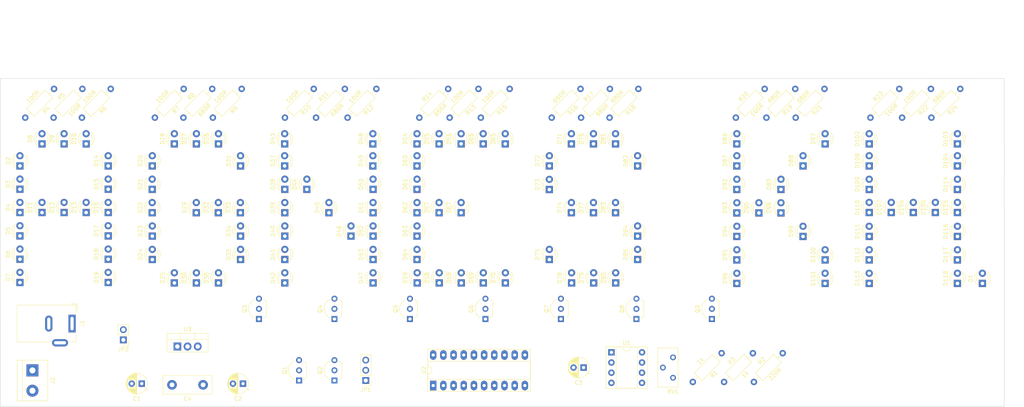
<source format=kicad_pcb>
(kicad_pcb (version 20171130) (host pcbnew 5.1.4-e60b266~84~ubuntu16.04.1)
  (title_block (title "Running_LED (AGNES)") (date 2019-09-23) (rev 1.0))
  (layers (0 F.Cu signal) (31 B.Cu signal) (34 B.Paste user) (35 F.Paste user) (36 B.SilkS user) (37 F.SilkS user) (38 B.Mask user) (39 F.Mask user) (44 Edge.Cuts user))
  (net 0 "")
  (net 1 GND)
  (net 2 +12V)
  (net 3 +5V)
  (net 4 "Net-(C3-Pad1)")
  (net 5 "Net-(D1-Pad2)")
  (net 6 "Net-(D2-Pad2)")
  (net 7 "Net-(D2-Pad1)")
  (net 8 "Net-(D3-Pad1)")
  (net 9 "Net-(D4-Pad1)")
  (net 10 "Net-(D5-Pad1)")
  (net 11 "Net-(D6-Pad1)")
  (net 12 "Net-(D13-Pad1)")
  (net 13 "Net-(D8-Pad2)")
  (net 14 "Net-(D8-Pad1)")
  (net 15 "Net-(D10-Pad2)")
  (net 16 "Net-(D10-Pad1)")
  (net 17 "Net-(D11-Pad1)")
  (net 18 "Net-(D12-Pad1)")
  (net 19 "Net-(D14-Pad2)")
  (net 20 "Net-(D14-Pad1)")
  (net 21 "Net-(D15-Pad1)")
  (net 22 "Net-(D16-Pad1)")
  (net 23 "Net-(D17-Pad1)")
  (net 24 "Net-(D18-Pad1)")
  (net 25 "Net-(D20-Pad2)")
  (net 26 "Net-(D20-Pad1)")
  (net 27 "Net-(D21-Pad1)")
  (net 28 "Net-(D22-Pad1)")
  (net 29 "Net-(D23-Pad1)")
  (net 30 "Net-(D24-Pad1)")
  (net 31 "Net-(D25-Pad1)")
  (net 32 "Net-(D26-Pad2)")
  (net 33 "Net-(D26-Pad1)")
  (net 34 "Net-(D27-Pad1)")
  (net 35 "Net-(D28-Pad1)")
  (net 36 "Net-(D29-Pad1)")
  (net 37 "Net-(D31-Pad2)")
  (net 38 "Net-(D31-Pad1)")
  (net 39 "Net-(D32-Pad1)")
  (net 40 "Net-(D33-Pad1)")
  (net 41 "Net-(D34-Pad1)")
  (net 42 "Net-(D35-Pad1)")
  (net 43 "Net-(D37-Pad2)")
  (net 44 "Net-(D37-Pad1)")
  (net 45 "Net-(D38-Pad1)")
  (net 46 "Net-(D39-Pad1)")
  (net 47 "Net-(D40-Pad1)")
  (net 48 "Net-(D41-Pad1)")
  (net 49 "Net-(D42-Pad1)")
  (net 50 "Net-(D43-Pad2)")
  (net 51 "Net-(D43-Pad1)")
  (net 52 "Net-(D44-Pad1)")
  (net 53 "Net-(D45-Pad1)")
  (net 54 "Net-(D46-Pad1)")
  (net 55 "Net-(D48-Pad2)")
  (net 56 "Net-(D48-Pad1)")
  (net 57 "Net-(D49-Pad1)")
  (net 58 "Net-(D50-Pad1)")
  (net 59 "Net-(D51-Pad1)")
  (net 60 "Net-(D52-Pad1)")
  (net 61 "Net-(D54-Pad2)")
  (net 62 "Net-(D54-Pad1)")
  (net 63 "Net-(D55-Pad1)")
  (net 64 "Net-(D56-Pad1)")
  (net 65 "Net-(D57-Pad1)")
  (net 66 "Net-(D58-Pad1)")
  (net 67 "Net-(D59-Pad1)")
  (net 68 "Net-(D60-Pad2)")
  (net 69 "Net-(D60-Pad1)")
  (net 70 "Net-(D61-Pad1)")
  (net 71 "Net-(D62-Pad1)")
  (net 72 "Net-(D63-Pad1)")
  (net 73 "Net-(D65-Pad2)")
  (net 74 "Net-(D65-Pad1)")
  (net 75 "Net-(D66-Pad1)")
  (net 76 "Net-(D67-Pad1)")
  (net 77 "Net-(D68-Pad1)")
  (net 78 "Net-(D69-Pad1)")
  (net 79 "Net-(D71-Pad2)")
  (net 80 "Net-(D71-Pad1)")
  (net 81 "Net-(D72-Pad1)")
  (net 82 "Net-(D73-Pad1)")
  (net 83 "Net-(D74-Pad1)")
  (net 84 "Net-(D75-Pad1)")
  (net 85 "Net-(D76-Pad2)")
  (net 86 "Net-(D76-Pad1)")
  (net 87 "Net-(D77-Pad1)")
  (net 88 "Net-(D78-Pad1)")
  (net 89 "Net-(D79-Pad1)")
  (net 90 "Net-(D81-Pad2)")
  (net 91 "Net-(D81-Pad1)")
  (net 92 "Net-(D82-Pad1)")
  (net 93 "Net-(D83-Pad1)")
  (net 94 "Net-(D84-Pad1)")
  (net 95 "Net-(D86-Pad2)")
  (net 96 "Net-(D86-Pad1)")
  (net 97 "Net-(D87-Pad1)")
  (net 98 "Net-(D88-Pad1)")
  (net 99 "Net-(D89-Pad1)")
  (net 100 "Net-(D101-Pad1)")
  (net 101 "Net-(D92-Pad1)")
  (net 102 "Net-(D93-Pad1)")
  (net 103 "Net-(D94-Pad1)")
  (net 104 "Net-(D95-Pad1)")
  (net 105 "Net-(D97-Pad2)")
  (net 106 "Net-(D97-Pad1)")
  (net 107 "Net-(D98-Pad1)")
  (net 108 "Net-(D100-Pad2)")
  (net 109 "Net-(D100-Pad1)")
  (net 110 "Net-(D102-Pad2)")
  (net 111 "Net-(D102-Pad1)")
  (net 112 "Net-(D103-Pad1)")
  (net 113 "Net-(D104-Pad1)")
  (net 114 "Net-(D105-Pad1)")
  (net 115 "Net-(D106-Pad1)")
  (net 116 "Net-(D107-Pad1)")
  (net 117 "Net-(D108-Pad2)")
  (net 118 "Net-(D108-Pad1)")
  (net 119 "Net-(D109-Pad1)")
  (net 120 "Net-(D110-Pad1)")
  (net 121 "Net-(D111-Pad1)")
  (net 122 "Net-(D112-Pad1)")
  (net 123 "Net-(D114-Pad2)")
  (net 124 "Net-(D114-Pad1)")
  (net 125 "Net-(D115-Pad1)")
  (net 126 "Net-(D116-Pad1)")
  (net 127 "Net-(D117-Pad1)")
  (net 128 VS)
  (net 129 "Net-(JP1-Pad2)")
  (net 130 /O_A)
  (net 131 /INV_IN)
  (net 132 /O_G)
  (net 133 /O_N)
  (net 134 /O_E)
  (net 135 /O_S)
  (net 136 /O_K.)
  (net 137 /O_H.)
  (net 138 "Net-(R1-Pad2)")
  (net 139 /CLOCK)
  (net 140 "Net-(R3-Pad2)")
  (net 141 "Net-(U1-Pad5)")
  (net 142 "Net-(U2-Pad19)")
  (net 143 "Net-(U2-Pad18)")
  (net 144 "Net-(RV1-Pad3)")
  (net 145 "Net-(D92-Pad2)")
  (module Connector_PinHeader_2.54mm:PinHeader_1x02_P2.54mm_Vertical (layer F.Cu) (at 54.8513 89.34958 180)
    (fp_text reference JP2 (at 0 -2.33) (layer F.SilkS))
    (fp_text value Jumper)
    (pad 2 thru_hole oval (at 0 2.54 180) (size 1.7 1.7) (drill 1) (layers *.Cu *.Mask) (net 2 +12V))
    (pad 1 thru_hole rect (at 0 0 180) (size 1.7 1.7) (drill 1) (layers *.Cu *.Mask) (net 128 VS))
  )
  (module Potentiometer_THT:Potentiometer_Bourns_3386X_Horizontal (layer F.Cu) (at 191.91982 98.8011 180)
    (fp_text reference RV1 (at 0 -3.475) (layer F.SilkS))
    (fp_text value 10k)
    (pad 1 thru_hole circle (at 0 0 180) (size 1.44 1.44) (drill 0.8) (layers *.Cu *.Mask) (net 4 "Net-(C3-Pad1)"))
    (pad 2 thru_hole circle (at 2.54 2.54 180) (size 1.44 1.44) (drill 0.8) (layers *.Cu *.Mask) (net 140 "Net-(R3-Pad2)"))
    (pad 3 thru_hole circle (at 0 5.08 180) (size 1.44 1.44) (drill 0.8) (layers *.Cu *.Mask) (net 144 "Net-(RV1-Pad3)"))
  )
  (module Package_TO_SOT_THT:TO-220-3_Vertical (layer F.Cu) (at 68.324437 91.0029)
    (fp_text reference U3 (at 2.54 -4.27) (layer F.SilkS))
    (fp_text value LM7805_TO220)
    (pad 3 thru_hole oval (at 5.08 0) (size 1.905 2) (drill 1.1) (layers *.Cu *.Mask) (net 3 +5V))
    (pad 2 thru_hole oval (at 2.54 0) (size 1.905 2) (drill 1.1) (layers *.Cu *.Mask) (net 1 GND))
    (pad 1 thru_hole rect (at 0 0) (size 1.905 2) (drill 1.1) (layers *.Cu *.Mask) (net 2 +12V))
  )
  (module Package_DIP:DIP-20_W7.62mm_Socket_LongPads (layer F.Cu) (at 132.11176 100.75012 90)
    (fp_text reference U2 (at 3.81 -2.33 90) (layer F.SilkS))
    (fp_text value 74LS374)
    (pad 20 thru_hole oval (at 7.62 0 90) (size 2.4 1.6) (drill 0.8) (layers *.Cu *.Mask) (net 3 +5V))
    (pad 10 thru_hole oval (at 0 22.86 90) (size 2.4 1.6) (drill 0.8) (layers *.Cu *.Mask) (net 1 GND))
    (pad 19 thru_hole oval (at 7.62 2.54 90) (size 2.4 1.6) (drill 0.8) (layers *.Cu *.Mask) (net 142 "Net-(U2-Pad19)"))
    (pad 9 thru_hole oval (at 0 20.32 90) (size 2.4 1.6) (drill 0.8) (layers *.Cu *.Mask) (net 135 /O_S))
    (pad 18 thru_hole oval (at 7.62 5.08 90) (size 2.4 1.6) (drill 0.8) (layers *.Cu *.Mask) (net 143 "Net-(U2-Pad18)"))
    (pad 8 thru_hole oval (at 0 17.78 90) (size 2.4 1.6) (drill 0.8) (layers *.Cu *.Mask) (net 134 /O_E))
    (pad 17 thru_hole oval (at 7.62 7.62 90) (size 2.4 1.6) (drill 0.8) (layers *.Cu *.Mask) (net 137 /O_H.))
    (pad 7 thru_hole oval (at 0 15.24 90) (size 2.4 1.6) (drill 0.8) (layers *.Cu *.Mask) (net 133 /O_N))
    (pad 16 thru_hole oval (at 7.62 10.16 90) (size 2.4 1.6) (drill 0.8) (layers *.Cu *.Mask) (net 131 /INV_IN))
    (pad 6 thru_hole oval (at 0 12.7 90) (size 2.4 1.6) (drill 0.8) (layers *.Cu *.Mask) (net 134 /O_E))
    (pad 15 thru_hole oval (at 7.62 12.7 90) (size 2.4 1.6) (drill 0.8) (layers *.Cu *.Mask) (net 137 /O_H.))
    (pad 5 thru_hole oval (at 0 10.16 90) (size 2.4 1.6) (drill 0.8) (layers *.Cu *.Mask) (net 133 /O_N))
    (pad 14 thru_hole oval (at 7.62 15.24 90) (size 2.4 1.6) (drill 0.8) (layers *.Cu *.Mask) (net 136 /O_K.))
    (pad 4 thru_hole oval (at 0 7.62 90) (size 2.4 1.6) (drill 0.8) (layers *.Cu *.Mask) (net 132 /O_G))
    (pad 13 thru_hole oval (at 7.62 17.78 90) (size 2.4 1.6) (drill 0.8) (layers *.Cu *.Mask) (net 135 /O_S))
    (pad 3 thru_hole oval (at 0 5.08 90) (size 2.4 1.6) (drill 0.8) (layers *.Cu *.Mask) (net 130 /O_A))
    (pad 12 thru_hole oval (at 7.62 20.32 90) (size 2.4 1.6) (drill 0.8) (layers *.Cu *.Mask) (net 136 /O_K.))
    (pad 2 thru_hole oval (at 0 2.54 90) (size 2.4 1.6) (drill 0.8) (layers *.Cu *.Mask) (net 132 /O_G))
    (pad 11 thru_hole oval (at 7.62 22.86 90) (size 2.4 1.6) (drill 0.8) (layers *.Cu *.Mask) (net 139 /CLOCK))
    (pad 1 thru_hole rect (at 0 0 90) (size 2.4 1.6) (drill 0.8) (layers *.Cu *.Mask) (net 129 "Net-(JP1-Pad2)"))
  )
  (module Package_DIP:DIP-8_W7.62mm_Socket (layer F.Cu) (at 176.55656 92.4611)
    (fp_text reference U1 (at 3.81 -2.33) (layer F.SilkS))
    (fp_text value LM555)
    (pad 8 thru_hole oval (at 7.62 0) (size 1.6 1.6) (drill 0.8) (layers *.Cu *.Mask) (net 3 +5V))
    (pad 4 thru_hole oval (at 0 7.62) (size 1.6 1.6) (drill 0.8) (layers *.Cu *.Mask) (net 3 +5V))
    (pad 7 thru_hole oval (at 7.62 2.54) (size 1.6 1.6) (drill 0.8) (layers *.Cu *.Mask) (net 138 "Net-(R1-Pad2)"))
    (pad 3 thru_hole oval (at 0 5.08) (size 1.6 1.6) (drill 0.8) (layers *.Cu *.Mask) (net 139 /CLOCK))
    (pad 6 thru_hole oval (at 7.62 5.08) (size 1.6 1.6) (drill 0.8) (layers *.Cu *.Mask) (net 4 "Net-(C3-Pad1)"))
    (pad 2 thru_hole oval (at 0 2.54) (size 1.6 1.6) (drill 0.8) (layers *.Cu *.Mask) (net 4 "Net-(C3-Pad1)"))
    (pad 5 thru_hole oval (at 7.62 7.62) (size 1.6 1.6) (drill 0.8) (layers *.Cu *.Mask) (net 141 "Net-(U1-Pad5)"))
    (pad 1 thru_hole rect (at 0 0) (size 1.6 1.6) (drill 0.8) (layers *.Cu *.Mask) (net 1 GND))
  )
  (module Resistor_THT:R_Axial_DIN0207_L6.3mm_D2.5mm_P10.16mm_Horizontal (layer F.Cu) (at 263.530065 26.68854 225)
    (fp_text reference R24 (at 5.08 -2.37 45) (layer F.SilkS))
    (fp_text value 680R (at 5.08 2.37 45) (layer F.SilkS))
    (pad 2 thru_hole oval (at 10.16 0 225) (size 1.6 1.6) (drill 0.8) (layers *.Cu *.Mask) (net 123 "Net-(D114-Pad2)"))
    (pad 1 thru_hole circle (at 0 0 225) (size 1.6 1.6) (drill 0.8) (layers *.Cu *.Mask) (net 2 +12V))
  )
  (module Resistor_THT:R_Axial_DIN0207_L6.3mm_D2.5mm_P10.16mm_Horizontal (layer F.Cu) (at 241.14506 33.872745 45)
    (fp_text reference R23 (at 5.08 -2.37 45) (layer F.SilkS))
    (fp_text value 100R (at 5.08 2.37 45) (layer F.SilkS))
    (pad 2 thru_hole oval (at 10.16 0 45) (size 1.6 1.6) (drill 0.8) (layers *.Cu *.Mask) (net 2 +12V))
    (pad 1 thru_hole circle (at 0 0 45) (size 1.6 1.6) (drill 0.8) (layers *.Cu *.Mask) (net 117 "Net-(D108-Pad2)"))
  )
  (module Resistor_THT:R_Axial_DIN0207_L6.3mm_D2.5mm_P10.16mm_Horizontal (layer F.Cu) (at 256.21488 26.68854 225)
    (fp_text reference R22 (at 5.08 -2.37 45) (layer F.SilkS))
    (fp_text value 100R (at 5.08 2.37 45) (layer F.SilkS))
    (pad 2 thru_hole oval (at 10.16 0 225) (size 1.6 1.6) (drill 0.8) (layers *.Cu *.Mask) (net 110 "Net-(D102-Pad2)"))
    (pad 1 thru_hole circle (at 0 0 225) (size 1.6 1.6) (drill 0.8) (layers *.Cu *.Mask) (net 2 +12V))
  )
  (module Resistor_THT:R_Axial_DIN0207_L6.3mm_D2.5mm_P10.16mm_Horizontal (layer F.Cu) (at 229.67708 26.68854 225)
    (fp_text reference R21 (at 5.08 -2.37 45) (layer F.SilkS))
    (fp_text value 680R (at 5.08 2.37 45) (layer F.SilkS))
    (pad 2 thru_hole oval (at 10.16 0 225) (size 1.6 1.6) (drill 0.8) (layers *.Cu *.Mask) (net 105 "Net-(D97-Pad2)"))
    (pad 1 thru_hole circle (at 0 0 225) (size 1.6 1.6) (drill 0.8) (layers *.Cu *.Mask) (net 2 +12V))
  )
  (module Resistor_THT:R_Axial_DIN0207_L6.3mm_D2.5mm_P10.16mm_Horizontal (layer F.Cu) (at 207.57644 33.872745 45)
    (fp_text reference R20 (at 5.08 -2.37 45) (layer F.SilkS))
    (fp_text value 100R (at 5.08 2.37 45) (layer F.SilkS))
    (pad 2 thru_hole oval (at 10.16 0 45) (size 1.6 1.6) (drill 0.8) (layers *.Cu *.Mask) (net 2 +12V))
    (pad 1 thru_hole circle (at 0 0 45) (size 1.6 1.6) (drill 0.8) (layers *.Cu *.Mask) (net 145 "Net-(D92-Pad2)"))
  )
  (module Resistor_THT:R_Axial_DIN0207_L6.3mm_D2.5mm_P10.16mm_Horizontal (layer F.Cu) (at 222.38716 26.68854 225)
    (fp_text reference R19 (at 5.08 -2.37 45) (layer F.SilkS))
    (fp_text value 680R (at 5.08 2.37 45) (layer F.SilkS))
    (pad 2 thru_hole oval (at 10.16 0 225) (size 1.6 1.6) (drill 0.8) (layers *.Cu *.Mask) (net 95 "Net-(D86-Pad2)"))
    (pad 1 thru_hole circle (at 0 0 225) (size 1.6 1.6) (drill 0.8) (layers *.Cu *.Mask) (net 2 +12V))
  )
  (module Resistor_THT:R_Axial_DIN0207_L6.3mm_D2.5mm_P10.16mm_Horizontal (layer F.Cu) (at 183.27394 26.68854 225)
    (fp_text reference R18 (at 5.08 -2.37 45) (layer F.SilkS))
    (fp_text value 680R (at 5.08 2.37 45) (layer F.SilkS))
    (pad 2 thru_hole oval (at 10.16 0 225) (size 1.6 1.6) (drill 0.8) (layers *.Cu *.Mask) (net 90 "Net-(D81-Pad2)"))
    (pad 1 thru_hole circle (at 0 0 225) (size 1.6 1.6) (drill 0.8) (layers *.Cu *.Mask) (net 2 +12V))
  )
  (module Resistor_THT:R_Axial_DIN0207_L6.3mm_D2.5mm_P10.16mm_Horizontal (layer F.Cu) (at 168.98746 33.872745 45)
    (fp_text reference R17 (at 5.08 -2.37 45) (layer F.SilkS))
    (fp_text value 680R (at 5.08 2.37 45) (layer F.SilkS))
    (pad 2 thru_hole oval (at 10.16 0 45) (size 1.6 1.6) (drill 0.8) (layers *.Cu *.Mask) (net 2 +12V))
    (pad 1 thru_hole circle (at 0 0 45) (size 1.6 1.6) (drill 0.8) (layers *.Cu *.Mask) (net 85 "Net-(D76-Pad2)"))
  )
  (module Resistor_THT:R_Axial_DIN0207_L6.3mm_D2.5mm_P10.16mm_Horizontal (layer F.Cu) (at 168.8479 26.68854 225)
    (fp_text reference R16 (at 5.08 -2.37 45) (layer F.SilkS))
    (fp_text value 680R (at 5.08 2.37 45) (layer F.SilkS))
    (pad 2 thru_hole oval (at 10.16 0 225) (size 1.6 1.6) (drill 0.8) (layers *.Cu *.Mask) (net 79 "Net-(D71-Pad2)"))
    (pad 1 thru_hole circle (at 0 0 225) (size 1.6 1.6) (drill 0.8) (layers *.Cu *.Mask) (net 2 +12V))
  )
  (module Resistor_THT:R_Axial_DIN0207_L6.3mm_D2.5mm_P10.16mm_Horizontal (layer F.Cu) (at 151.18054 26.68854 225)
    (fp_text reference R15 (at 5.08 -2.37 45) (layer F.SilkS))
    (fp_text value 100R (at 5.08 2.37 45) (layer F.SilkS))
    (pad 2 thru_hole oval (at 10.16 0 225) (size 1.6 1.6) (drill 0.8) (layers *.Cu *.Mask) (net 73 "Net-(D65-Pad2)"))
    (pad 1 thru_hole circle (at 0 0 225) (size 1.6 1.6) (drill 0.8) (layers *.Cu *.Mask) (net 2 +12V))
  )
  (module Resistor_THT:R_Axial_DIN0207_L6.3mm_D2.5mm_P10.16mm_Horizontal (layer F.Cu) (at 128.66256 33.872745 45)
    (fp_text reference R14 (at 5.08 -2.37 45) (layer F.SilkS))
    (fp_text value 680R (at 5.08 2.37 45) (layer F.SilkS))
    (pad 2 thru_hole oval (at 10.16 0 45) (size 1.6 1.6) (drill 0.8) (layers *.Cu *.Mask) (net 2 +12V))
    (pad 1 thru_hole circle (at 0 0 45) (size 1.6 1.6) (drill 0.8) (layers *.Cu *.Mask) (net 68 "Net-(D60-Pad2)"))
  )
  (module Resistor_THT:R_Axial_DIN0207_L6.3mm_D2.5mm_P10.16mm_Horizontal (layer F.Cu) (at 143.40078 26.68854 225)
    (fp_text reference R13 (at 5.08 -2.37 45) (layer F.SilkS))
    (fp_text value 100R (at 5.08 2.37 45) (layer F.SilkS))
    (pad 2 thru_hole oval (at 10.16 0 225) (size 1.6 1.6) (drill 0.8) (layers *.Cu *.Mask) (net 61 "Net-(D54-Pad2)"))
    (pad 1 thru_hole circle (at 0 0 225) (size 1.6 1.6) (drill 0.8) (layers *.Cu *.Mask) (net 2 +12V))
  )
  (module Resistor_THT:R_Axial_DIN0207_L6.3mm_D2.5mm_P10.16mm_Horizontal (layer F.Cu) (at 117.94642 26.68854 225)
    (fp_text reference R12 (at 5.08 -2.37 45) (layer F.SilkS))
    (fp_text value 100R (at 5.08 2.37 45) (layer F.SilkS))
    (pad 2 thru_hole oval (at 10.16 0 225) (size 1.6 1.6) (drill 0.8) (layers *.Cu *.Mask) (net 55 "Net-(D48-Pad2)"))
    (pad 1 thru_hole circle (at 0 0 225) (size 1.6 1.6) (drill 0.8) (layers *.Cu *.Mask) (net 2 +12V))
  )
  (module Resistor_THT:R_Axial_DIN0207_L6.3mm_D2.5mm_P10.16mm_Horizontal (layer F.Cu) (at 102.90734 33.872745 45)
    (fp_text reference R11 (at 5.08 -2.37 45) (layer F.SilkS))
    (fp_text value 680R (at 5.08 2.37 45) (layer F.SilkS))
    (pad 2 thru_hole oval (at 10.16 0 45) (size 1.6 1.6) (drill 0.8) (layers *.Cu *.Mask) (net 2 +12V))
    (pad 1 thru_hole circle (at 0 0 45) (size 1.6 1.6) (drill 0.8) (layers *.Cu *.Mask) (net 50 "Net-(D43-Pad2)"))
  )
  (module Resistor_THT:R_Axial_DIN0207_L6.3mm_D2.5mm_P10.16mm_Horizontal (layer F.Cu) (at 102.33 26.68854 225)
    (fp_text reference R10 (at 5.08 -2.37 45) (layer F.SilkS))
    (fp_text value 100R (at 5.08 2.37 45) (layer F.SilkS))
    (pad 2 thru_hole oval (at 10.16 0 225) (size 1.6 1.6) (drill 0.8) (layers *.Cu *.Mask) (net 43 "Net-(D37-Pad2)"))
    (pad 1 thru_hole circle (at 0 0 225) (size 1.6 1.6) (drill 0.8) (layers *.Cu *.Mask) (net 2 +12V))
  )
  (module Resistor_THT:R_Axial_DIN0207_L6.3mm_D2.5mm_P10.16mm_Horizontal (layer F.Cu) (at 84.36204 26.68854 225)
    (fp_text reference R9 (at 5.08 -2.37 45) (layer F.SilkS))
    (fp_text value 100R (at 5.08 2.37 45) (layer F.SilkS))
    (pad 2 thru_hole oval (at 10.16 0 225) (size 1.6 1.6) (drill 0.8) (layers *.Cu *.Mask) (net 37 "Net-(D31-Pad2)"))
    (pad 1 thru_hole circle (at 0 0 225) (size 1.6 1.6) (drill 0.8) (layers *.Cu *.Mask) (net 2 +12V))
  )
  (module Resistor_THT:R_Axial_DIN0207_L6.3mm_D2.5mm_P10.16mm_Horizontal (layer F.Cu) (at 69.82892 33.872745 45)
    (fp_text reference R8 (at 5.08 -2.37 45) (layer F.SilkS))
    (fp_text value 680R (at 5.08 2.37 45) (layer F.SilkS))
    (pad 2 thru_hole oval (at 10.16 0 45) (size 1.6 1.6) (drill 0.8) (layers *.Cu *.Mask) (net 2 +12V))
    (pad 1 thru_hole circle (at 0 0 45) (size 1.6 1.6) (drill 0.8) (layers *.Cu *.Mask) (net 32 "Net-(D26-Pad2)"))
  )
  (module Resistor_THT:R_Axial_DIN0207_L6.3mm_D2.5mm_P10.16mm_Horizontal (layer F.Cu) (at 69.9041 26.68854 225)
    (fp_text reference R7 (at 5.08 -2.37 45) (layer F.SilkS))
    (fp_text value 100R (at 5.08 2.37 45) (layer F.SilkS))
    (pad 2 thru_hole oval (at 10.16 0 225) (size 1.6 1.6) (drill 0.8) (layers *.Cu *.Mask) (net 25 "Net-(D20-Pad2)"))
    (pad 1 thru_hole circle (at 0 0 225) (size 1.6 1.6) (drill 0.8) (layers *.Cu *.Mask) (net 2 +12V))
  )
  (module Resistor_THT:R_Axial_DIN0207_L6.3mm_D2.5mm_P10.16mm_Horizontal (layer F.Cu) (at 51.71414 26.68854 225)
    (fp_text reference R6 (at 5.08 -2.37 45) (layer F.SilkS))
    (fp_text value 100R (at 5.08 2.37 45) (layer F.SilkS))
    (pad 2 thru_hole oval (at 10.16 0 225) (size 1.6 1.6) (drill 0.8) (layers *.Cu *.Mask) (net 19 "Net-(D14-Pad2)"))
    (pad 1 thru_hole circle (at 0 0 225) (size 1.6 1.6) (drill 0.8) (layers *.Cu *.Mask) (net 2 +12V))
  )
  (module Resistor_THT:R_Axial_DIN0207_L6.3mm_D2.5mm_P10.16mm_Horizontal (layer F.Cu) (at 37.461825 33.872745 45)
    (fp_text reference R5 (at 5.08 -2.37 45) (layer F.SilkS))
    (fp_text value 100R (at 5.08 2.37 45) (layer F.SilkS))
    (pad 2 thru_hole oval (at 10.16 0 45) (size 1.6 1.6) (drill 0.8) (layers *.Cu *.Mask) (net 2 +12V))
    (pad 1 thru_hole circle (at 0 0 45) (size 1.6 1.6) (drill 0.8) (layers *.Cu *.Mask) (net 13 "Net-(D8-Pad2)"))
  )
  (module Resistor_THT:R_Axial_DIN0207_L6.3mm_D2.5mm_P10.16mm_Horizontal (layer F.Cu) (at 37.57792 26.68854 225)
    (fp_text reference R4 (at 5.08 -2.37 45) (layer F.SilkS))
    (fp_text value 100R (at 5.08 2.37 45) (layer F.SilkS))
    (pad 2 thru_hole oval (at 10.16 0 225) (size 1.6 1.6) (drill 0.8) (layers *.Cu *.Mask) (net 6 "Net-(D2-Pad2)"))
    (pad 1 thru_hole circle (at 0 0 225) (size 1.6 1.6) (drill 0.8) (layers *.Cu *.Mask) (net 2 +12V))
  )
  (module Resistor_THT:R_Axial_DIN0207_L6.3mm_D2.5mm_P10.16mm_Horizontal (layer F.Cu) (at 204.64266 99.853203 45)
    (fp_text reference R3 (at 5.08 -2.37 45) (layer F.SilkS))
    (fp_text value 1k (at 5.08 2.37 45) (layer F.SilkS))
    (pad 2 thru_hole oval (at 10.16 0 45) (size 1.6 1.6) (drill 0.8) (layers *.Cu *.Mask) (net 140 "Net-(R3-Pad2)"))
    (pad 1 thru_hole circle (at 0 0 45) (size 1.6 1.6) (drill 0.8) (layers *.Cu *.Mask) (net 138 "Net-(R1-Pad2)"))
  )
  (module Resistor_THT:R_Axial_DIN0207_L6.3mm_D2.5mm_P10.16mm_Horizontal (layer F.Cu) (at 212.0808 99.853203 45)
    (fp_text reference R2 (at 5.08 -2.37 45) (layer F.SilkS))
    (fp_text value 220R (at 5.08 2.37 45) (layer F.SilkS))
    (pad 2 thru_hole oval (at 10.16 0 45) (size 1.6 1.6) (drill 0.8) (layers *.Cu *.Mask) (net 5 "Net-(D1-Pad2)"))
    (pad 1 thru_hole circle (at 0 0 45) (size 1.6 1.6) (drill 0.8) (layers *.Cu *.Mask) (net 139 /CLOCK))
  )
  (module Resistor_THT:R_Axial_DIN0207_L6.3mm_D2.5mm_P10.16mm_Horizontal (layer F.Cu) (at 204.03026 92.668998 225)
    (fp_text reference R1 (at 5.08 -2.37 45) (layer F.SilkS))
    (fp_text value 1k (at 5.08 2.37 45) (layer F.SilkS))
    (pad 2 thru_hole oval (at 10.16 0 225) (size 1.6 1.6) (drill 0.8) (layers *.Cu *.Mask) (net 138 "Net-(R1-Pad2)"))
    (pad 1 thru_hole circle (at 0 0 225) (size 1.6 1.6) (drill 0.8) (layers *.Cu *.Mask) (net 3 +5V))
  )
  (module Package_TO_SOT_THT:TO-92_Inline_Wide (layer F.Cu) (at 201.60582 84.14588 90)
    (fp_text reference Q9 (at 2.54 -3.56 90) (layer F.SilkS))
    (fp_text value 2N7000)
    (pad 1 thru_hole rect (at 0 0 180) (size 1.5 1.5) (drill 0.8) (layers *.Cu *.Mask) (net 1 GND))
    (pad 3 thru_hole circle (at 5.08 0 180) (size 1.5 1.5) (drill 0.8) (layers *.Cu *.Mask) (net 116 "Net-(D107-Pad1)"))
    (pad 2 thru_hole circle (at 2.54 0 180) (size 1.5 1.5) (drill 0.8) (layers *.Cu *.Mask) (net 137 /O_H.))
  )
  (module Package_TO_SOT_THT:TO-92_Inline_Wide (layer F.Cu) (at 182.783215 84.14588 90)
    (fp_text reference Q8 (at 2.54 -3.56 90) (layer F.SilkS))
    (fp_text value 2N7000)
    (pad 1 thru_hole rect (at 0 0 180) (size 1.5 1.5) (drill 0.8) (layers *.Cu *.Mask) (net 1 GND))
    (pad 3 thru_hole circle (at 5.08 0 180) (size 1.5 1.5) (drill 0.8) (layers *.Cu *.Mask) (net 100 "Net-(D101-Pad1)"))
    (pad 2 thru_hole circle (at 2.54 0 180) (size 1.5 1.5) (drill 0.8) (layers *.Cu *.Mask) (net 136 /O_K.))
  )
  (module Package_TO_SOT_THT:TO-92_Inline_Wide (layer F.Cu) (at 163.960612 84.14588 90)
    (fp_text reference Q7 (at 2.54 -3.56 90) (layer F.SilkS))
    (fp_text value 2N7000)
    (pad 1 thru_hole rect (at 0 0 180) (size 1.5 1.5) (drill 0.8) (layers *.Cu *.Mask) (net 1 GND))
    (pad 3 thru_hole circle (at 5.08 0 180) (size 1.5 1.5) (drill 0.8) (layers *.Cu *.Mask) (net 84 "Net-(D75-Pad1)"))
    (pad 2 thru_hole circle (at 2.54 0 180) (size 1.5 1.5) (drill 0.8) (layers *.Cu *.Mask) (net 135 /O_S))
  )
  (module Package_TO_SOT_THT:TO-92_Inline_Wide (layer F.Cu) (at 145.138009 84.14588 90)
    (fp_text reference Q6 (at 2.54 -3.56 90) (layer F.SilkS))
    (fp_text value 2N7000)
    (pad 1 thru_hole rect (at 0 0 180) (size 1.5 1.5) (drill 0.8) (layers *.Cu *.Mask) (net 1 GND))
    (pad 3 thru_hole circle (at 5.08 0 180) (size 1.5 1.5) (drill 0.8) (layers *.Cu *.Mask) (net 67 "Net-(D59-Pad1)"))
    (pad 2 thru_hole circle (at 2.54 0 180) (size 1.5 1.5) (drill 0.8) (layers *.Cu *.Mask) (net 134 /O_E))
  )
  (module Package_TO_SOT_THT:TO-92_Inline_Wide (layer F.Cu) (at 126.315406 84.14588 90)
    (fp_text reference Q5 (at 2.54 -3.56 90) (layer F.SilkS))
    (fp_text value 2N7000)
    (pad 1 thru_hole rect (at 0 0 180) (size 1.5 1.5) (drill 0.8) (layers *.Cu *.Mask) (net 1 GND))
    (pad 3 thru_hole circle (at 5.08 0 180) (size 1.5 1.5) (drill 0.8) (layers *.Cu *.Mask) (net 49 "Net-(D42-Pad1)"))
    (pad 2 thru_hole circle (at 2.54 0 180) (size 1.5 1.5) (drill 0.8) (layers *.Cu *.Mask) (net 133 /O_N))
  )
  (module Package_TO_SOT_THT:TO-92_Inline_Wide (layer F.Cu) (at 107.492803 84.14588 90)
    (fp_text reference Q4 (at 2.54 -3.56 90) (layer F.SilkS))
    (fp_text value 2N7000)
    (pad 1 thru_hole rect (at 0 0 180) (size 1.5 1.5) (drill 0.8) (layers *.Cu *.Mask) (net 1 GND))
    (pad 3 thru_hole circle (at 5.08 0 180) (size 1.5 1.5) (drill 0.8) (layers *.Cu *.Mask) (net 31 "Net-(D25-Pad1)"))
    (pad 2 thru_hole circle (at 2.54 0 180) (size 1.5 1.5) (drill 0.8) (layers *.Cu *.Mask) (net 132 /O_G))
  )
  (module Package_TO_SOT_THT:TO-92_Inline_Wide (layer F.Cu) (at 88.6702 84.14588 90)
    (fp_text reference Q3 (at 2.54 -3.56 90) (layer F.SilkS))
    (fp_text value 2N7000)
    (pad 1 thru_hole rect (at 0 0 180) (size 1.5 1.5) (drill 0.8) (layers *.Cu *.Mask) (net 1 GND))
    (pad 3 thru_hole circle (at 5.08 0 180) (size 1.5 1.5) (drill 0.8) (layers *.Cu *.Mask) (net 12 "Net-(D13-Pad1)"))
    (pad 2 thru_hole circle (at 2.54 0 180) (size 1.5 1.5) (drill 0.8) (layers *.Cu *.Mask) (net 130 /O_A))
  )
  (module Package_TO_SOT_THT:TO-92_Inline_Wide (layer F.Cu) (at 107.492803 99.49012 90)
    (fp_text reference Q2 (at 2.54 -3.56 90) (layer F.SilkS))
    (fp_text value 2N7000)
    (pad 1 thru_hole rect (at 0 0 180) (size 1.5 1.5) (drill 0.8) (layers *.Cu *.Mask) (net 1 GND))
    (pad 3 thru_hole circle (at 5.08 0 180) (size 1.5 1.5) (drill 0.8) (layers *.Cu *.Mask) (net 130 /O_A))
    (pad 2 thru_hole circle (at 2.54 0 180) (size 1.5 1.5) (drill 0.8) (layers *.Cu *.Mask) (net 131 /INV_IN))
  )
  (module Package_TO_SOT_THT:TO-92_Inline_Wide (layer F.Cu) (at 98.67794 99.49012 90)
    (fp_text reference Q1 (at 2.54 -3.56 90) (layer F.SilkS))
    (fp_text value BS250)
    (pad 1 thru_hole rect (at 0 0 180) (size 1.5 1.5) (drill 0.8) (layers *.Cu *.Mask) (net 3 +5V))
    (pad 3 thru_hole circle (at 5.08 0 180) (size 1.5 1.5) (drill 0.8) (layers *.Cu *.Mask) (net 130 /O_A))
    (pad 2 thru_hole circle (at 2.54 0 180) (size 1.5 1.5) (drill 0.8) (layers *.Cu *.Mask) (net 131 /INV_IN))
  )
  (module Connector_PinHeader_2.54mm:PinHeader_1x03_P2.54mm_Vertical (layer F.Cu) (at 115.30354 99.47512 180)
    (fp_text reference JP1 (at 0 -2.33) (layer F.SilkS))
    (fp_text value Jumper_NC_Dual)
    (pad 3 thru_hole oval (at 0 5.08 180) (size 1.7 1.7) (drill 1) (layers *.Cu *.Mask) (net 1 GND))
    (pad 2 thru_hole oval (at 0 2.54 180) (size 1.7 1.7) (drill 1) (layers *.Cu *.Mask) (net 129 "Net-(JP1-Pad2)"))
    (pad 1 thru_hole rect (at 0 0 180) (size 1.7 1.7) (drill 1) (layers *.Cu *.Mask) (net 3 +5V))
  )
  (module TerminalBlock:TerminalBlock_bornier-2_P5.08mm (layer F.Cu) (at 32.18942 96.96068 270)
    (fp_text reference J2 (at 2.54 -5.08 90) (layer F.SilkS))
    (fp_text value Power_Terminal)
    (pad 2 thru_hole circle (at 5.08 0 270) (size 3 3) (drill 1.52) (layers *.Cu *.Mask) (net 1 GND))
    (pad 1 thru_hole rect (at 0 0 270) (size 3 3) (drill 1.52) (layers *.Cu *.Mask) (net 128 VS))
  )
  (module Connector_BarrelJack:BarrelJack_Wuerth_6941xx301002 (layer F.Cu) (at 42.06748 85.2782 270)
    (fp_text reference J1 (at 0 -2.5 90) (layer F.SilkS))
    (fp_text value Barrel_Jack_Switch)
    (pad 1 thru_hole rect (at 0 0 270) (size 4.4 1.8) (drill oval 3.4 0.8) (layers *.Cu *.Mask) (net 128 VS))
    (pad 2 thru_hole oval (at 0 5.8 270) (size 4 1.8) (drill oval 3 0.8) (layers *.Cu *.Mask) (net 1 GND))
    (pad 3 thru_hole oval (at 4.8 3) (size 4 1.8) (drill oval 3 0.8) (layers *.Cu *.Mask) (net 1 GND))
  )
  (module LED_THT:LED_D3.0mm (layer F.Cu) (at 262.82792 75.25557 90)
    (fp_text reference D118 (at 1.27 -2.96 90) (layer F.SilkS))
    (fp_text value LED)
    (pad 2 thru_hole circle (at 2.54 0 90) (size 1.8 1.8) (drill 0.9) (layers *.Cu *.Mask) (net 127 "Net-(D117-Pad1)"))
    (pad 1 thru_hole rect (at 0 0 90) (size 1.8 1.8) (drill 0.9) (layers *.Cu *.Mask) (net 116 "Net-(D107-Pad1)"))
  )
  (module LED_THT:LED_D3.0mm (layer F.Cu) (at 262.82792 69.388904 90)
    (fp_text reference D117 (at 1.27 -2.96 90) (layer F.SilkS))
    (fp_text value LED)
    (pad 2 thru_hole circle (at 2.54 0 90) (size 1.8 1.8) (drill 0.9) (layers *.Cu *.Mask) (net 126 "Net-(D116-Pad1)"))
    (pad 1 thru_hole rect (at 0 0 90) (size 1.8 1.8) (drill 0.9) (layers *.Cu *.Mask) (net 127 "Net-(D117-Pad1)"))
  )
  (module LED_THT:LED_D3.0mm (layer F.Cu) (at 262.82792 63.522238 90)
    (fp_text reference D116 (at 1.27 -2.96 90) (layer F.SilkS))
    (fp_text value LED)
    (pad 2 thru_hole circle (at 2.54 0 90) (size 1.8 1.8) (drill 0.9) (layers *.Cu *.Mask) (net 125 "Net-(D115-Pad1)"))
    (pad 1 thru_hole rect (at 0 0 90) (size 1.8 1.8) (drill 0.9) (layers *.Cu *.Mask) (net 126 "Net-(D116-Pad1)"))
  )
  (module LED_THT:LED_D3.0mm (layer F.Cu) (at 262.82792 57.569298 90)
    (fp_text reference D115 (at 1.27 -2.96 90) (layer F.SilkS))
    (fp_text value LED)
    (pad 2 thru_hole circle (at 2.54 0 90) (size 1.8 1.8) (drill 0.9) (layers *.Cu *.Mask) (net 124 "Net-(D114-Pad1)"))
    (pad 1 thru_hole rect (at 0 0 90) (size 1.8 1.8) (drill 0.9) (layers *.Cu *.Mask) (net 125 "Net-(D115-Pad1)"))
  )
  (module LED_THT:LED_D3.0mm (layer F.Cu) (at 262.82792 51.788906 90)
    (fp_text reference D114 (at 1.27 -2.96 90) (layer F.SilkS))
    (fp_text value LED)
    (pad 2 thru_hole circle (at 2.54 0 90) (size 1.8 1.8) (drill 0.9) (layers *.Cu *.Mask) (net 123 "Net-(D114-Pad2)"))
    (pad 1 thru_hole rect (at 0 0 90) (size 1.8 1.8) (drill 0.9) (layers *.Cu *.Mask) (net 124 "Net-(D114-Pad1)"))
  )
  (module LED_THT:LED_D3.0mm (layer F.Cu) (at 240.82792 75.25557 90)
    (fp_text reference D113 (at 1.27 -2.96 90) (layer F.SilkS))
    (fp_text value LED)
    (pad 2 thru_hole circle (at 2.54 0 90) (size 1.8 1.8) (drill 0.9) (layers *.Cu *.Mask) (net 122 "Net-(D112-Pad1)"))
    (pad 1 thru_hole rect (at 0 0 90) (size 1.8 1.8) (drill 0.9) (layers *.Cu *.Mask) (net 116 "Net-(D107-Pad1)"))
  )
  (module LED_THT:LED_D3.0mm (layer F.Cu) (at 240.82792 69.388904 90)
    (fp_text reference D112 (at 1.27 -2.96 90) (layer F.SilkS))
    (fp_text value LED)
    (pad 2 thru_hole circle (at 2.54 0 90) (size 1.8 1.8) (drill 0.9) (layers *.Cu *.Mask) (net 121 "Net-(D111-Pad1)"))
    (pad 1 thru_hole rect (at 0 0 90) (size 1.8 1.8) (drill 0.9) (layers *.Cu *.Mask) (net 122 "Net-(D112-Pad1)"))
  )
  (module LED_THT:LED_D3.0mm (layer F.Cu) (at 240.82792 63.522238 90)
    (fp_text reference D111 (at 1.27 -2.96 90) (layer F.SilkS))
    (fp_text value LED)
    (pad 2 thru_hole circle (at 2.54 0 90) (size 1.8 1.8) (drill 0.9) (layers *.Cu *.Mask) (net 120 "Net-(D110-Pad1)"))
    (pad 1 thru_hole rect (at 0 0 90) (size 1.8 1.8) (drill 0.9) (layers *.Cu *.Mask) (net 121 "Net-(D111-Pad1)"))
  )
  (module LED_THT:LED_D3.0mm (layer F.Cu) (at 240.82792 57.569298 90)
    (fp_text reference D110 (at 1.27 -2.96 90) (layer F.SilkS))
    (fp_text value LED)
    (pad 2 thru_hole circle (at 2.54 0 90) (size 1.8 1.8) (drill 0.9) (layers *.Cu *.Mask) (net 119 "Net-(D109-Pad1)"))
    (pad 1 thru_hole rect (at 0 0 90) (size 1.8 1.8) (drill 0.9) (layers *.Cu *.Mask) (net 120 "Net-(D110-Pad1)"))
  )
  (module LED_THT:LED_D3.0mm (layer F.Cu) (at 240.82792 51.788906 90)
    (fp_text reference D109 (at 1.27 -2.96 90) (layer F.SilkS))
    (fp_text value LED)
    (pad 2 thru_hole circle (at 2.54 0 90) (size 1.8 1.8) (drill 0.9) (layers *.Cu *.Mask) (net 118 "Net-(D108-Pad1)"))
    (pad 1 thru_hole rect (at 0 0 90) (size 1.8 1.8) (drill 0.9) (layers *.Cu *.Mask) (net 119 "Net-(D109-Pad1)"))
  )
  (module LED_THT:LED_D3.0mm (layer F.Cu) (at 240.82792 45.92224 90)
    (fp_text reference D108 (at 1.27 -2.96 90) (layer F.SilkS))
    (fp_text value LED)
    (pad 2 thru_hole circle (at 2.54 0 90) (size 1.8 1.8) (drill 0.9) (layers *.Cu *.Mask) (net 117 "Net-(D108-Pad2)"))
    (pad 1 thru_hole rect (at 0 0 90) (size 1.8 1.8) (drill 0.9) (layers *.Cu *.Mask) (net 118 "Net-(D108-Pad1)"))
  )
  (module LED_THT:LED_D3.0mm (layer F.Cu) (at 246.32792 57.569298 90)
    (fp_text reference D107 (at 1.27 -2.96 90) (layer F.SilkS))
    (fp_text value LED)
    (pad 2 thru_hole circle (at 2.54 0 90) (size 1.8 1.8) (drill 0.9) (layers *.Cu *.Mask) (net 115 "Net-(D106-Pad1)"))
    (pad 1 thru_hole rect (at 0 0 90) (size 1.8 1.8) (drill 0.9) (layers *.Cu *.Mask) (net 116 "Net-(D107-Pad1)"))
  )
  (module LED_THT:LED_D3.0mm (layer F.Cu) (at 251.82792 57.569298 90)
    (fp_text reference D106 (at 1.27 -2.96 90) (layer F.SilkS))
    (fp_text value LED)
    (pad 2 thru_hole circle (at 2.54 0 90) (size 1.8 1.8) (drill 0.9) (layers *.Cu *.Mask) (net 114 "Net-(D105-Pad1)"))
    (pad 1 thru_hole rect (at 0 0 90) (size 1.8 1.8) (drill 0.9) (layers *.Cu *.Mask) (net 115 "Net-(D106-Pad1)"))
  )
  (module LED_THT:LED_D3.0mm (layer F.Cu) (at 257.32792 57.569298 90)
    (fp_text reference D105 (at 1.27 -2.96 90) (layer F.SilkS))
    (fp_text value LED)
    (pad 2 thru_hole circle (at 2.54 0 90) (size 1.8 1.8) (drill 0.9) (layers *.Cu *.Mask) (net 113 "Net-(D104-Pad1)"))
    (pad 1 thru_hole rect (at 0 0 90) (size 1.8 1.8) (drill 0.9) (layers *.Cu *.Mask) (net 114 "Net-(D105-Pad1)"))
  )
  (module LED_THT:LED_D3.0mm (layer F.Cu) (at 262.82792 45.92224 90)
    (fp_text reference D104 (at 1.27 -2.96 90) (layer F.SilkS))
    (fp_text value LED)
    (pad 2 thru_hole circle (at 2.54 0 90) (size 1.8 1.8) (drill 0.9) (layers *.Cu *.Mask) (net 112 "Net-(D103-Pad1)"))
    (pad 1 thru_hole rect (at 0 0 90) (size 1.8 1.8) (drill 0.9) (layers *.Cu *.Mask) (net 113 "Net-(D104-Pad1)"))
  )
  (module LED_THT:LED_D3.0mm (layer F.Cu) (at 262.82792 40.42224 90)
    (fp_text reference D103 (at 1.27 -2.96 90) (layer F.SilkS))
    (fp_text value LED)
    (pad 2 thru_hole circle (at 2.54 0 90) (size 1.8 1.8) (drill 0.9) (layers *.Cu *.Mask) (net 111 "Net-(D102-Pad1)"))
    (pad 1 thru_hole rect (at 0 0 90) (size 1.8 1.8) (drill 0.9) (layers *.Cu *.Mask) (net 112 "Net-(D103-Pad1)"))
  )
  (module LED_THT:LED_D3.0mm (layer F.Cu) (at 240.82792 40.42224 90)
    (fp_text reference D102 (at 1.27 -2.96 90) (layer F.SilkS))
    (fp_text value LED)
    (pad 2 thru_hole circle (at 2.54 0 90) (size 1.8 1.8) (drill 0.9) (layers *.Cu *.Mask) (net 110 "Net-(D102-Pad2)"))
    (pad 1 thru_hole rect (at 0 0 90) (size 1.8 1.8) (drill 0.9) (layers *.Cu *.Mask) (net 111 "Net-(D102-Pad1)"))
  )
  (module LED_THT:LED_D3.0mm (layer F.Cu) (at 229.82792 75.25557 90)
    (fp_text reference D101 (at 1.27 -2.96 90) (layer F.SilkS))
    (fp_text value LED)
    (pad 2 thru_hole circle (at 2.54 0 90) (size 1.8 1.8) (drill 0.9) (layers *.Cu *.Mask) (net 109 "Net-(D100-Pad1)"))
    (pad 1 thru_hole rect (at 0 0 90) (size 1.8 1.8) (drill 0.9) (layers *.Cu *.Mask) (net 100 "Net-(D101-Pad1)"))
  )
  (module LED_THT:LED_D3.0mm (layer F.Cu) (at 229.82792 69.388904 90)
    (fp_text reference D100 (at 1.27 -2.96 90) (layer F.SilkS))
    (fp_text value LED)
    (pad 2 thru_hole circle (at 2.54 0 90) (size 1.8 1.8) (drill 0.9) (layers *.Cu *.Mask) (net 108 "Net-(D100-Pad2)"))
    (pad 1 thru_hole rect (at 0 0 90) (size 1.8 1.8) (drill 0.9) (layers *.Cu *.Mask) (net 109 "Net-(D100-Pad1)"))
  )
  (module LED_THT:LED_D3.0mm (layer F.Cu) (at 224.32792 63.522238 90)
    (fp_text reference D99 (at 1.27 -2.96 90) (layer F.SilkS))
    (fp_text value LED)
    (pad 2 thru_hole circle (at 2.54 0 90) (size 1.8 1.8) (drill 0.9) (layers *.Cu *.Mask) (net 107 "Net-(D98-Pad1)"))
    (pad 1 thru_hole rect (at 0 0 90) (size 1.8 1.8) (drill 0.9) (layers *.Cu *.Mask) (net 108 "Net-(D100-Pad2)"))
  )
  (module LED_THT:LED_D3.0mm (layer F.Cu) (at 218.82792 57.655572 90)
    (fp_text reference D98 (at 1.27 -2.96 90) (layer F.SilkS))
    (fp_text value LED)
    (pad 2 thru_hole circle (at 2.54 0 90) (size 1.8 1.8) (drill 0.9) (layers *.Cu *.Mask) (net 106 "Net-(D97-Pad1)"))
    (pad 1 thru_hole rect (at 0 0 90) (size 1.8 1.8) (drill 0.9) (layers *.Cu *.Mask) (net 107 "Net-(D98-Pad1)"))
  )
  (module LED_THT:LED_D3.0mm (layer F.Cu) (at 229.82792 40.42224 90)
    (fp_text reference D97 (at 1.27 -2.96 90) (layer F.SilkS))
    (fp_text value LED)
    (pad 2 thru_hole circle (at 2.54 0 90) (size 1.8 1.8) (drill 0.9) (layers *.Cu *.Mask) (net 105 "Net-(D97-Pad2)"))
    (pad 1 thru_hole rect (at 0 0 90) (size 1.8 1.8) (drill 0.9) (layers *.Cu *.Mask) (net 106 "Net-(D97-Pad1)"))
  )
  (module LED_THT:LED_D3.0mm (layer F.Cu) (at 207.82792 75.25557 90)
    (fp_text reference D96 (at 1.27 -2.96 90) (layer F.SilkS))
    (fp_text value LED)
    (pad 2 thru_hole circle (at 2.54 0 90) (size 1.8 1.8) (drill 0.9) (layers *.Cu *.Mask) (net 104 "Net-(D95-Pad1)"))
    (pad 1 thru_hole rect (at 0 0 90) (size 1.8 1.8) (drill 0.9) (layers *.Cu *.Mask) (net 100 "Net-(D101-Pad1)"))
  )
  (module LED_THT:LED_D3.0mm (layer F.Cu) (at 207.82792 69.388904 90)
    (fp_text reference D95 (at 1.27 -2.96 90) (layer F.SilkS))
    (fp_text value LED)
    (pad 2 thru_hole circle (at 2.54 0 90) (size 1.8 1.8) (drill 0.9) (layers *.Cu *.Mask) (net 103 "Net-(D94-Pad1)"))
    (pad 1 thru_hole rect (at 0 0 90) (size 1.8 1.8) (drill 0.9) (layers *.Cu *.Mask) (net 104 "Net-(D95-Pad1)"))
  )
  (module LED_THT:LED_D3.0mm (layer F.Cu) (at 207.82792 63.522238 90)
    (fp_text reference D94 (at 1.27 -2.96 90) (layer F.SilkS))
    (fp_text value LED)
    (pad 2 thru_hole circle (at 2.54 0 90) (size 1.8 1.8) (drill 0.9) (layers *.Cu *.Mask) (net 102 "Net-(D93-Pad1)"))
    (pad 1 thru_hole rect (at 0 0 90) (size 1.8 1.8) (drill 0.9) (layers *.Cu *.Mask) (net 103 "Net-(D94-Pad1)"))
  )
  (module LED_THT:LED_D3.0mm (layer F.Cu) (at 207.82792 57.655572 90)
    (fp_text reference D93 (at 1.27 -2.96 90) (layer F.SilkS))
    (fp_text value LED)
    (pad 2 thru_hole circle (at 2.54 0 90) (size 1.8 1.8) (drill 0.9) (layers *.Cu *.Mask) (net 101 "Net-(D92-Pad1)"))
    (pad 1 thru_hole rect (at 0 0 90) (size 1.8 1.8) (drill 0.9) (layers *.Cu *.Mask) (net 102 "Net-(D93-Pad1)"))
  )
  (module LED_THT:LED_D3.0mm (layer F.Cu) (at 207.82792 51.788906 90)
    (fp_text reference D92 (at 1.27 -2.96 90) (layer F.SilkS))
    (fp_text value LED)
    (pad 2 thru_hole circle (at 2.54 0 90) (size 1.8 1.8) (drill 0.9) (layers *.Cu *.Mask) (net 145 "Net-(D92-Pad2)"))
    (pad 1 thru_hole rect (at 0 0 90) (size 1.8 1.8) (drill 0.9) (layers *.Cu *.Mask) (net 101 "Net-(D92-Pad1)"))
  )
  (module LED_THT:LED_D3.0mm (layer F.Cu) (at 213.32792 57.655572 90)
    (fp_text reference D90 (at 1.27 -2.96 90) (layer F.SilkS))
    (fp_text value LED)
    (pad 2 thru_hole circle (at 2.54 0 90) (size 1.8 1.8) (drill 0.9) (layers *.Cu *.Mask) (net 99 "Net-(D89-Pad1)"))
    (pad 1 thru_hole rect (at 0 0 90) (size 1.8 1.8) (drill 0.9) (layers *.Cu *.Mask) (net 100 "Net-(D101-Pad1)"))
  )
  (module LED_THT:LED_D3.0mm (layer F.Cu) (at 218.82792 51.788906 90)
    (fp_text reference D89 (at 1.27 -2.96 90) (layer F.SilkS))
    (fp_text value LED)
    (pad 2 thru_hole circle (at 2.54 0 90) (size 1.8 1.8) (drill 0.9) (layers *.Cu *.Mask) (net 98 "Net-(D88-Pad1)"))
    (pad 1 thru_hole rect (at 0 0 90) (size 1.8 1.8) (drill 0.9) (layers *.Cu *.Mask) (net 99 "Net-(D89-Pad1)"))
  )
  (module LED_THT:LED_D3.0mm (layer F.Cu) (at 224.32792 45.92224 90)
    (fp_text reference D88 (at 1.27 -2.96 90) (layer F.SilkS))
    (fp_text value LED)
    (pad 2 thru_hole circle (at 2.54 0 90) (size 1.8 1.8) (drill 0.9) (layers *.Cu *.Mask) (net 97 "Net-(D87-Pad1)"))
    (pad 1 thru_hole rect (at 0 0 90) (size 1.8 1.8) (drill 0.9) (layers *.Cu *.Mask) (net 98 "Net-(D88-Pad1)"))
  )
  (module LED_THT:LED_D3.0mm (layer F.Cu) (at 207.82792 45.92224 90)
    (fp_text reference D87 (at 1.27 -2.96 90) (layer F.SilkS))
    (fp_text value LED)
    (pad 2 thru_hole circle (at 2.54 0 90) (size 1.8 1.8) (drill 0.9) (layers *.Cu *.Mask) (net 96 "Net-(D86-Pad1)"))
    (pad 1 thru_hole rect (at 0 0 90) (size 1.8 1.8) (drill 0.9) (layers *.Cu *.Mask) (net 97 "Net-(D87-Pad1)"))
  )
  (module LED_THT:LED_D3.0mm (layer F.Cu) (at 207.82792 40.42224 90)
    (fp_text reference D86 (at 1.27 -2.96 90) (layer F.SilkS))
    (fp_text value LED)
    (pad 2 thru_hole circle (at 2.54 0 90) (size 1.8 1.8) (drill 0.9) (layers *.Cu *.Mask) (net 95 "Net-(D86-Pad2)"))
    (pad 1 thru_hole rect (at 0 0 90) (size 1.8 1.8) (drill 0.9) (layers *.Cu *.Mask) (net 96 "Net-(D86-Pad1)"))
  )
  (module LED_THT:LED_D3.0mm (layer F.Cu) (at 183.07792 69.29724 90)
    (fp_text reference D85 (at 1.27 -2.96 90) (layer F.SilkS))
    (fp_text value LED)
    (pad 2 thru_hole circle (at 2.54 0 90) (size 1.8 1.8) (drill 0.9) (layers *.Cu *.Mask) (net 94 "Net-(D84-Pad1)"))
    (pad 1 thru_hole rect (at 0 0 90) (size 1.8 1.8) (drill 0.9) (layers *.Cu *.Mask) (net 84 "Net-(D75-Pad1)"))
  )
  (module LED_THT:LED_D3.0mm (layer F.Cu) (at 183.07792 63.45349 90)
    (fp_text reference D84 (at 1.27 -2.96 90) (layer F.SilkS))
    (fp_text value LED)
    (pad 2 thru_hole circle (at 2.54 0 90) (size 1.8 1.8) (drill 0.9) (layers *.Cu *.Mask) (net 93 "Net-(D83-Pad1)"))
    (pad 1 thru_hole rect (at 0 0 90) (size 1.8 1.8) (drill 0.9) (layers *.Cu *.Mask) (net 94 "Net-(D84-Pad1)"))
  )
  (module LED_THT:LED_D3.0mm (layer F.Cu) (at 177.57792 57.60974 90)
    (fp_text reference D83 (at 1.27 -2.96 90) (layer F.SilkS))
    (fp_text value LED)
    (pad 2 thru_hole circle (at 2.54 0 90) (size 1.8 1.8) (drill 0.9) (layers *.Cu *.Mask) (net 92 "Net-(D82-Pad1)"))
    (pad 1 thru_hole rect (at 0 0 90) (size 1.8 1.8) (drill 0.9) (layers *.Cu *.Mask) (net 93 "Net-(D83-Pad1)"))
  )
  (module LED_THT:LED_D3.0mm (layer F.Cu) (at 183.07792 45.92224 90)
    (fp_text reference D82 (at 1.27 -2.96 90) (layer F.SilkS))
    (fp_text value LED)
    (pad 2 thru_hole circle (at 2.54 0 90) (size 1.8 1.8) (drill 0.9) (layers *.Cu *.Mask) (net 91 "Net-(D81-Pad1)"))
    (pad 1 thru_hole rect (at 0 0 90) (size 1.8 1.8) (drill 0.9) (layers *.Cu *.Mask) (net 92 "Net-(D82-Pad1)"))
  )
  (module LED_THT:LED_D3.0mm (layer F.Cu) (at 177.57792 40.42224 90)
    (fp_text reference D81 (at 1.27 -2.96 90) (layer F.SilkS))
    (fp_text value LED)
    (pad 2 thru_hole circle (at 2.54 0 90) (size 1.8 1.8) (drill 0.9) (layers *.Cu *.Mask) (net 90 "Net-(D81-Pad2)"))
    (pad 1 thru_hole rect (at 0 0 90) (size 1.8 1.8) (drill 0.9) (layers *.Cu *.Mask) (net 91 "Net-(D81-Pad1)"))
  )
  (module LED_THT:LED_D3.0mm (layer F.Cu) (at 177.61856 75.14099 90)
    (fp_text reference D80 (at 1.27 -2.96 90) (layer F.SilkS))
    (fp_text value LED)
    (pad 2 thru_hole circle (at 2.54 0 90) (size 1.8 1.8) (drill 0.9) (layers *.Cu *.Mask) (net 89 "Net-(D79-Pad1)"))
    (pad 1 thru_hole rect (at 0 0 90) (size 1.8 1.8) (drill 0.9) (layers *.Cu *.Mask) (net 84 "Net-(D75-Pad1)"))
  )
  (module LED_THT:LED_D3.0mm (layer F.Cu) (at 172.11856 75.14099 90)
    (fp_text reference D79 (at 1.27 -2.96 90) (layer F.SilkS))
    (fp_text value LED)
    (pad 2 thru_hole circle (at 2.54 0 90) (size 1.8 1.8) (drill 0.9) (layers *.Cu *.Mask) (net 88 "Net-(D78-Pad1)"))
    (pad 1 thru_hole rect (at 0 0 90) (size 1.8 1.8) (drill 0.9) (layers *.Cu *.Mask) (net 89 "Net-(D79-Pad1)"))
  )
  (module LED_THT:LED_D3.0mm (layer F.Cu) (at 166.61856 75.14099 90)
    (fp_text reference D78 (at 1.27 -2.96 90) (layer F.SilkS))
    (fp_text value LED)
    (pad 2 thru_hole circle (at 2.54 0 90) (size 1.8 1.8) (drill 0.9) (layers *.Cu *.Mask) (net 87 "Net-(D77-Pad1)"))
    (pad 1 thru_hole rect (at 0 0 90) (size 1.8 1.8) (drill 0.9) (layers *.Cu *.Mask) (net 88 "Net-(D78-Pad1)"))
  )
  (module LED_THT:LED_D3.0mm (layer F.Cu) (at 172.07792 57.60974 90)
    (fp_text reference D77 (at 1.27 -2.96 90) (layer F.SilkS))
    (fp_text value LED)
    (pad 2 thru_hole circle (at 2.54 0 90) (size 1.8 1.8) (drill 0.9) (layers *.Cu *.Mask) (net 86 "Net-(D76-Pad1)"))
    (pad 1 thru_hole rect (at 0 0 90) (size 1.8 1.8) (drill 0.9) (layers *.Cu *.Mask) (net 87 "Net-(D77-Pad1)"))
  )
  (module LED_THT:LED_D3.0mm (layer F.Cu) (at 172.07792 40.42224 90)
    (fp_text reference D76 (at 1.27 -2.96 90) (layer F.SilkS))
    (fp_text value LED)
    (pad 2 thru_hole circle (at 2.54 0 90) (size 1.8 1.8) (drill 0.9) (layers *.Cu *.Mask) (net 85 "Net-(D76-Pad2)"))
    (pad 1 thru_hole rect (at 0 0 90) (size 1.8 1.8) (drill 0.9) (layers *.Cu *.Mask) (net 86 "Net-(D76-Pad1)"))
  )
  (module LED_THT:LED_D3.0mm (layer F.Cu) (at 161.07792 69.29724 90)
    (fp_text reference D75 (at 1.27 -2.96 90) (layer F.SilkS))
    (fp_text value LED)
    (pad 2 thru_hole circle (at 2.54 0 90) (size 1.8 1.8) (drill 0.9) (layers *.Cu *.Mask) (net 83 "Net-(D74-Pad1)"))
    (pad 1 thru_hole rect (at 0 0 90) (size 1.8 1.8) (drill 0.9) (layers *.Cu *.Mask) (net 84 "Net-(D75-Pad1)"))
  )
  (module LED_THT:LED_D3.0mm (layer F.Cu) (at 166.57792 57.60974 90)
    (fp_text reference D74 (at 1.27 -2.96 90) (layer F.SilkS))
    (fp_text value LED)
    (pad 2 thru_hole circle (at 2.54 0 90) (size 1.8 1.8) (drill 0.9) (layers *.Cu *.Mask) (net 82 "Net-(D73-Pad1)"))
    (pad 1 thru_hole rect (at 0 0 90) (size 1.8 1.8) (drill 0.9) (layers *.Cu *.Mask) (net 83 "Net-(D74-Pad1)"))
  )
  (module LED_THT:LED_D3.0mm (layer F.Cu) (at 161.07792 51.815097 90)
    (fp_text reference D73 (at 1.27 -2.96 90) (layer F.SilkS))
    (fp_text value LED)
    (pad 2 thru_hole circle (at 2.54 0 90) (size 1.8 1.8) (drill 0.9) (layers *.Cu *.Mask) (net 81 "Net-(D72-Pad1)"))
    (pad 1 thru_hole rect (at 0 0 90) (size 1.8 1.8) (drill 0.9) (layers *.Cu *.Mask) (net 82 "Net-(D73-Pad1)"))
  )
  (module LED_THT:LED_D3.0mm (layer F.Cu) (at 161.07792 45.92224 90)
    (fp_text reference D72 (at 1.27 -2.96 90) (layer F.SilkS))
    (fp_text value LED)
    (pad 2 thru_hole circle (at 2.54 0 90) (size 1.8 1.8) (drill 0.9) (layers *.Cu *.Mask) (net 80 "Net-(D71-Pad1)"))
    (pad 1 thru_hole rect (at 0 0 90) (size 1.8 1.8) (drill 0.9) (layers *.Cu *.Mask) (net 81 "Net-(D72-Pad1)"))
  )
  (module LED_THT:LED_D3.0mm (layer F.Cu) (at 166.57792 40.42224 90)
    (fp_text reference D71 (at 1.27 -2.96 90) (layer F.SilkS))
    (fp_text value LED)
    (pad 2 thru_hole circle (at 2.54 0 90) (size 1.8 1.8) (drill 0.9) (layers *.Cu *.Mask) (net 79 "Net-(D71-Pad2)"))
    (pad 1 thru_hole rect (at 0 0 90) (size 1.8 1.8) (drill 0.9) (layers *.Cu *.Mask) (net 80 "Net-(D71-Pad1)"))
  )
  (module LED_THT:LED_D3.0mm (layer F.Cu) (at 150.11856 75.14099 90)
    (fp_text reference D70 (at 1.27 -2.96 90) (layer F.SilkS))
    (fp_text value LED)
    (pad 2 thru_hole circle (at 2.54 0 90) (size 1.8 1.8) (drill 0.9) (layers *.Cu *.Mask) (net 78 "Net-(D69-Pad1)"))
    (pad 1 thru_hole rect (at 0 0 90) (size 1.8 1.8) (drill 0.9) (layers *.Cu *.Mask) (net 67 "Net-(D59-Pad1)"))
  )
  (module LED_THT:LED_D3.0mm (layer F.Cu) (at 144.61856 75.14099 90)
    (fp_text reference D69 (at 1.27 -2.96 90) (layer F.SilkS))
    (fp_text value LED)
    (pad 2 thru_hole circle (at 2.54 0 90) (size 1.8 1.8) (drill 0.9) (layers *.Cu *.Mask) (net 77 "Net-(D68-Pad1)"))
    (pad 1 thru_hole rect (at 0 0 90) (size 1.8 1.8) (drill 0.9) (layers *.Cu *.Mask) (net 78 "Net-(D69-Pad1)"))
  )
  (module LED_THT:LED_D3.0mm (layer F.Cu) (at 139.11856 75.14099 90)
    (fp_text reference D68 (at 1.27 -2.96 90) (layer F.SilkS))
    (fp_text value LED)
    (pad 2 thru_hole circle (at 2.54 0 90) (size 1.8 1.8) (drill 0.9) (layers *.Cu *.Mask) (net 76 "Net-(D67-Pad1)"))
    (pad 1 thru_hole rect (at 0 0 90) (size 1.8 1.8) (drill 0.9) (layers *.Cu *.Mask) (net 77 "Net-(D68-Pad1)"))
  )
  (module LED_THT:LED_D3.0mm (layer F.Cu) (at 139.07792 57.60974 90)
    (fp_text reference D67 (at 1.27 -2.96 90) (layer F.SilkS))
    (fp_text value LED)
    (pad 2 thru_hole circle (at 2.54 0 90) (size 1.8 1.8) (drill 0.9) (layers *.Cu *.Mask) (net 75 "Net-(D66-Pad1)"))
    (pad 1 thru_hole rect (at 0 0 90) (size 1.8 1.8) (drill 0.9) (layers *.Cu *.Mask) (net 76 "Net-(D67-Pad1)"))
  )
  (module LED_THT:LED_D3.0mm (layer F.Cu) (at 144.57792 40.42224 90)
    (fp_text reference D66 (at 1.27 -2.96 90) (layer F.SilkS))
    (fp_text value LED)
    (pad 2 thru_hole circle (at 2.54 0 90) (size 1.8 1.8) (drill 0.9) (layers *.Cu *.Mask) (net 74 "Net-(D65-Pad1)"))
    (pad 1 thru_hole rect (at 0 0 90) (size 1.8 1.8) (drill 0.9) (layers *.Cu *.Mask) (net 75 "Net-(D66-Pad1)"))
  )
  (module LED_THT:LED_D3.0mm (layer F.Cu) (at 150.07792 40.42224 90)
    (fp_text reference D65 (at 1.27 -2.96 90) (layer F.SilkS))
    (fp_text value LED)
    (pad 2 thru_hole circle (at 2.54 0 90) (size 1.8 1.8) (drill 0.9) (layers *.Cu *.Mask) (net 73 "Net-(D65-Pad2)"))
    (pad 1 thru_hole rect (at 0 0 90) (size 1.8 1.8) (drill 0.9) (layers *.Cu *.Mask) (net 74 "Net-(D65-Pad1)"))
  )
  (module LED_THT:LED_D3.0mm (layer F.Cu) (at 128.07792 69.29724 90)
    (fp_text reference D64 (at 1.27 -2.96 90) (layer F.SilkS))
    (fp_text value LED)
    (pad 2 thru_hole circle (at 2.54 0 90) (size 1.8 1.8) (drill 0.9) (layers *.Cu *.Mask) (net 72 "Net-(D63-Pad1)"))
    (pad 1 thru_hole rect (at 0 0 90) (size 1.8 1.8) (drill 0.9) (layers *.Cu *.Mask) (net 67 "Net-(D59-Pad1)"))
  )
  (module LED_THT:LED_D3.0mm (layer F.Cu) (at 128.07792 63.45349 90)
    (fp_text reference D63 (at 1.27 -2.96 90) (layer F.SilkS))
    (fp_text value LED)
    (pad 2 thru_hole circle (at 2.54 0 90) (size 1.8 1.8) (drill 0.9) (layers *.Cu *.Mask) (net 71 "Net-(D62-Pad1)"))
    (pad 1 thru_hole rect (at 0 0 90) (size 1.8 1.8) (drill 0.9) (layers *.Cu *.Mask) (net 72 "Net-(D63-Pad1)"))
  )
  (module LED_THT:LED_D3.0mm (layer F.Cu) (at 128.07792 57.60974 90)
    (fp_text reference D62 (at 1.27 -2.96 90) (layer F.SilkS))
    (fp_text value LED)
    (pad 2 thru_hole circle (at 2.54 0 90) (size 1.8 1.8) (drill 0.9) (layers *.Cu *.Mask) (net 70 "Net-(D61-Pad1)"))
    (pad 1 thru_hole rect (at 0 0 90) (size 1.8 1.8) (drill 0.9) (layers *.Cu *.Mask) (net 71 "Net-(D62-Pad1)"))
  )
  (module LED_THT:LED_D3.0mm (layer F.Cu) (at 128.07792 51.76599 90)
    (fp_text reference D61 (at 1.27 -2.96 90) (layer F.SilkS))
    (fp_text value LED)
    (pad 2 thru_hole circle (at 2.54 0 90) (size 1.8 1.8) (drill 0.9) (layers *.Cu *.Mask) (net 69 "Net-(D60-Pad1)"))
    (pad 1 thru_hole rect (at 0 0 90) (size 1.8 1.8) (drill 0.9) (layers *.Cu *.Mask) (net 70 "Net-(D61-Pad1)"))
  )
  (module LED_THT:LED_D3.0mm (layer F.Cu) (at 128.07792 45.92224 90)
    (fp_text reference D60 (at 1.27 -2.96 90) (layer F.SilkS))
    (fp_text value LED)
    (pad 2 thru_hole circle (at 2.54 0 90) (size 1.8 1.8) (drill 0.9) (layers *.Cu *.Mask) (net 68 "Net-(D60-Pad2)"))
    (pad 1 thru_hole rect (at 0 0 90) (size 1.8 1.8) (drill 0.9) (layers *.Cu *.Mask) (net 69 "Net-(D60-Pad1)"))
  )
  (module LED_THT:LED_D3.0mm (layer F.Cu) (at 128.11856 75.14099 90)
    (fp_text reference D59 (at 1.27 -2.96 90) (layer F.SilkS))
    (fp_text value LED)
    (pad 2 thru_hole circle (at 2.54 0 90) (size 1.8 1.8) (drill 0.9) (layers *.Cu *.Mask) (net 66 "Net-(D58-Pad1)"))
    (pad 1 thru_hole rect (at 0 0 90) (size 1.8 1.8) (drill 0.9) (layers *.Cu *.Mask) (net 67 "Net-(D59-Pad1)"))
  )
  (module LED_THT:LED_D3.0mm (layer F.Cu) (at 133.61856 75.14099 90)
    (fp_text reference D58 (at 1.27 -2.96 90) (layer F.SilkS))
    (fp_text value LED)
    (pad 2 thru_hole circle (at 2.54 0 90) (size 1.8 1.8) (drill 0.9) (layers *.Cu *.Mask) (net 65 "Net-(D57-Pad1)"))
    (pad 1 thru_hole rect (at 0 0 90) (size 1.8 1.8) (drill 0.9) (layers *.Cu *.Mask) (net 66 "Net-(D58-Pad1)"))
  )
  (module LED_THT:LED_D3.0mm (layer F.Cu) (at 133.57792 57.60974 90)
    (fp_text reference D57 (at 1.27 -2.96 90) (layer F.SilkS))
    (fp_text value LED)
    (pad 2 thru_hole circle (at 2.54 0 90) (size 1.8 1.8) (drill 0.9) (layers *.Cu *.Mask) (net 64 "Net-(D56-Pad1)"))
    (pad 1 thru_hole rect (at 0 0 90) (size 1.8 1.8) (drill 0.9) (layers *.Cu *.Mask) (net 65 "Net-(D57-Pad1)"))
  )
  (module LED_THT:LED_D3.0mm (layer F.Cu) (at 139.07792 40.42224 90)
    (fp_text reference D56 (at 1.27 -2.96 90) (layer F.SilkS))
    (fp_text value LED)
    (pad 2 thru_hole circle (at 2.54 0 90) (size 1.8 1.8) (drill 0.9) (layers *.Cu *.Mask) (net 63 "Net-(D55-Pad1)"))
    (pad 1 thru_hole rect (at 0 0 90) (size 1.8 1.8) (drill 0.9) (layers *.Cu *.Mask) (net 64 "Net-(D56-Pad1)"))
  )
  (module LED_THT:LED_D3.0mm (layer F.Cu) (at 133.57792 40.42224 90)
    (fp_text reference D55 (at 1.27 -2.96 90) (layer F.SilkS))
    (fp_text value LED)
    (pad 2 thru_hole circle (at 2.54 0 90) (size 1.8 1.8) (drill 0.9) (layers *.Cu *.Mask) (net 62 "Net-(D54-Pad1)"))
    (pad 1 thru_hole rect (at 0 0 90) (size 1.8 1.8) (drill 0.9) (layers *.Cu *.Mask) (net 63 "Net-(D55-Pad1)"))
  )
  (module LED_THT:LED_D3.0mm (layer F.Cu) (at 128.07792 40.42224 90)
    (fp_text reference D54 (at 1.27 -2.96 90) (layer F.SilkS))
    (fp_text value LED)
    (pad 2 thru_hole circle (at 2.54 0 90) (size 1.8 1.8) (drill 0.9) (layers *.Cu *.Mask) (net 61 "Net-(D54-Pad2)"))
    (pad 1 thru_hole rect (at 0 0 90) (size 1.8 1.8) (drill 0.9) (layers *.Cu *.Mask) (net 62 "Net-(D54-Pad1)"))
  )
  (module LED_THT:LED_D3.0mm (layer F.Cu) (at 117.11856 69.29724 90)
    (fp_text reference D53 (at 1.27 -2.96 90) (layer F.SilkS))
    (fp_text value LED)
    (pad 2 thru_hole circle (at 2.54 0 90) (size 1.8 1.8) (drill 0.9) (layers *.Cu *.Mask) (net 60 "Net-(D52-Pad1)"))
    (pad 1 thru_hole rect (at 0 0 90) (size 1.8 1.8) (drill 0.9) (layers *.Cu *.Mask) (net 49 "Net-(D42-Pad1)"))
  )
  (module LED_THT:LED_D3.0mm (layer F.Cu) (at 117.11856 63.45349 90)
    (fp_text reference D52 (at 1.27 -2.96 90) (layer F.SilkS))
    (fp_text value LED)
    (pad 2 thru_hole circle (at 2.54 0 90) (size 1.8 1.8) (drill 0.9) (layers *.Cu *.Mask) (net 59 "Net-(D51-Pad1)"))
    (pad 1 thru_hole rect (at 0 0 90) (size 1.8 1.8) (drill 0.9) (layers *.Cu *.Mask) (net 60 "Net-(D52-Pad1)"))
  )
  (module LED_THT:LED_D3.0mm (layer F.Cu) (at 117.11856 57.60974 90)
    (fp_text reference D51 (at 1.27 -2.96 90) (layer F.SilkS))
    (fp_text value LED)
    (pad 2 thru_hole circle (at 2.54 0 90) (size 1.8 1.8) (drill 0.9) (layers *.Cu *.Mask) (net 58 "Net-(D50-Pad1)"))
    (pad 1 thru_hole rect (at 0 0 90) (size 1.8 1.8) (drill 0.9) (layers *.Cu *.Mask) (net 59 "Net-(D51-Pad1)"))
  )
  (module LED_THT:LED_D3.0mm (layer F.Cu) (at 117.11856 51.76599 90)
    (fp_text reference D50 (at 1.27 -2.96 90) (layer F.SilkS))
    (fp_text value LED)
    (pad 2 thru_hole circle (at 2.54 0 90) (size 1.8 1.8) (drill 0.9) (layers *.Cu *.Mask) (net 57 "Net-(D49-Pad1)"))
    (pad 1 thru_hole rect (at 0 0 90) (size 1.8 1.8) (drill 0.9) (layers *.Cu *.Mask) (net 58 "Net-(D50-Pad1)"))
  )
  (module LED_THT:LED_D3.0mm (layer F.Cu) (at 117.07792 45.92224 90)
    (fp_text reference D49 (at 1.27 -2.96 90) (layer F.SilkS))
    (fp_text value LED)
    (pad 2 thru_hole circle (at 2.54 0 90) (size 1.8 1.8) (drill 0.9) (layers *.Cu *.Mask) (net 56 "Net-(D48-Pad1)"))
    (pad 1 thru_hole rect (at 0 0 90) (size 1.8 1.8) (drill 0.9) (layers *.Cu *.Mask) (net 57 "Net-(D49-Pad1)"))
  )
  (module LED_THT:LED_D3.0mm (layer F.Cu) (at 117.07792 40.42224 90)
    (fp_text reference D48 (at 1.27 -2.96 90) (layer F.SilkS))
    (fp_text value LED)
    (pad 2 thru_hole circle (at 2.54 0 90) (size 1.8 1.8) (drill 0.9) (layers *.Cu *.Mask) (net 55 "Net-(D48-Pad2)"))
    (pad 1 thru_hole rect (at 0 0 90) (size 1.8 1.8) (drill 0.9) (layers *.Cu *.Mask) (net 56 "Net-(D48-Pad1)"))
  )
  (module LED_THT:LED_D3.0mm (layer F.Cu) (at 117.11856 75.14099 90)
    (fp_text reference D47 (at 1.27 -2.96 90) (layer F.SilkS))
    (fp_text value LED)
    (pad 2 thru_hole circle (at 2.54 0 90) (size 1.8 1.8) (drill 0.9) (layers *.Cu *.Mask) (net 54 "Net-(D46-Pad1)"))
    (pad 1 thru_hole rect (at 0 0 90) (size 1.8 1.8) (drill 0.9) (layers *.Cu *.Mask) (net 49 "Net-(D42-Pad1)"))
  )
  (module LED_THT:LED_D3.0mm (layer F.Cu) (at 111.61856 63.45349 90)
    (fp_text reference D46 (at 1.27 -2.96 90) (layer F.SilkS))
    (fp_text value LED)
    (pad 2 thru_hole circle (at 2.54 0 90) (size 1.8 1.8) (drill 0.9) (layers *.Cu *.Mask) (net 53 "Net-(D45-Pad1)"))
    (pad 1 thru_hole rect (at 0 0 90) (size 1.8 1.8) (drill 0.9) (layers *.Cu *.Mask) (net 54 "Net-(D46-Pad1)"))
  )
  (module LED_THT:LED_D3.0mm (layer F.Cu) (at 106.11856 57.60974 90)
    (fp_text reference D45 (at 1.27 -2.96 90) (layer F.SilkS))
    (fp_text value LED)
    (pad 2 thru_hole circle (at 2.54 0 90) (size 1.8 1.8) (drill 0.9) (layers *.Cu *.Mask) (net 52 "Net-(D44-Pad1)"))
    (pad 1 thru_hole rect (at 0 0 90) (size 1.8 1.8) (drill 0.9) (layers *.Cu *.Mask) (net 53 "Net-(D45-Pad1)"))
  )
  (module LED_THT:LED_D3.0mm (layer F.Cu) (at 100.61856 51.76599 90)
    (fp_text reference D44 (at 1.27 -2.96 90) (layer F.SilkS))
    (fp_text value LED)
    (pad 2 thru_hole circle (at 2.54 0 90) (size 1.8 1.8) (drill 0.9) (layers *.Cu *.Mask) (net 51 "Net-(D43-Pad1)"))
    (pad 1 thru_hole rect (at 0 0 90) (size 1.8 1.8) (drill 0.9) (layers *.Cu *.Mask) (net 52 "Net-(D44-Pad1)"))
  )
  (module LED_THT:LED_D3.0mm (layer F.Cu) (at 95.07792 40.42224 90)
    (fp_text reference D43 (at 1.27 -2.96 90) (layer F.SilkS))
    (fp_text value LED)
    (pad 2 thru_hole circle (at 2.54 0 90) (size 1.8 1.8) (drill 0.9) (layers *.Cu *.Mask) (net 50 "Net-(D43-Pad2)"))
    (pad 1 thru_hole rect (at 0 0 90) (size 1.8 1.8) (drill 0.9) (layers *.Cu *.Mask) (net 51 "Net-(D43-Pad1)"))
  )
  (module LED_THT:LED_D3.0mm (layer F.Cu) (at 95.11856 75.14099 90)
    (fp_text reference D42 (at 1.27 -2.96 90) (layer F.SilkS))
    (fp_text value LED)
    (pad 2 thru_hole circle (at 2.54 0 90) (size 1.8 1.8) (drill 0.9) (layers *.Cu *.Mask) (net 48 "Net-(D41-Pad1)"))
    (pad 1 thru_hole rect (at 0 0 90) (size 1.8 1.8) (drill 0.9) (layers *.Cu *.Mask) (net 49 "Net-(D42-Pad1)"))
  )
  (module LED_THT:LED_D3.0mm (layer F.Cu) (at 95.11856 69.29724 90)
    (fp_text reference D41 (at 1.27 -2.96 90) (layer F.SilkS))
    (fp_text value LED)
    (pad 2 thru_hole circle (at 2.54 0 90) (size 1.8 1.8) (drill 0.9) (layers *.Cu *.Mask) (net 47 "Net-(D40-Pad1)"))
    (pad 1 thru_hole rect (at 0 0 90) (size 1.8 1.8) (drill 0.9) (layers *.Cu *.Mask) (net 48 "Net-(D41-Pad1)"))
  )
  (module LED_THT:LED_D3.0mm (layer F.Cu) (at 95.11856 63.45349 90)
    (fp_text reference D40 (at 1.27 -2.96 90) (layer F.SilkS))
    (fp_text value LED)
    (pad 2 thru_hole circle (at 2.54 0 90) (size 1.8 1.8) (drill 0.9) (layers *.Cu *.Mask) (net 46 "Net-(D39-Pad1)"))
    (pad 1 thru_hole rect (at 0 0 90) (size 1.8 1.8) (drill 0.9) (layers *.Cu *.Mask) (net 47 "Net-(D40-Pad1)"))
  )
  (module LED_THT:LED_D3.0mm (layer F.Cu) (at 95.11856 57.60974 90)
    (fp_text reference D39 (at 1.27 -2.96 90) (layer F.SilkS))
    (fp_text value LED)
    (pad 2 thru_hole circle (at 2.54 0 90) (size 1.8 1.8) (drill 0.9) (layers *.Cu *.Mask) (net 45 "Net-(D38-Pad1)"))
    (pad 1 thru_hole rect (at 0 0 90) (size 1.8 1.8) (drill 0.9) (layers *.Cu *.Mask) (net 46 "Net-(D39-Pad1)"))
  )
  (module LED_THT:LED_D3.0mm (layer F.Cu) (at 95.11856 51.76599 90)
    (fp_text reference D38 (at 1.27 -2.96 90) (layer F.SilkS))
    (fp_text value LED)
    (pad 2 thru_hole circle (at 2.54 0 90) (size 1.8 1.8) (drill 0.9) (layers *.Cu *.Mask) (net 44 "Net-(D37-Pad1)"))
    (pad 1 thru_hole rect (at 0 0 90) (size 1.8 1.8) (drill 0.9) (layers *.Cu *.Mask) (net 45 "Net-(D38-Pad1)"))
  )
  (module LED_THT:LED_D3.0mm (layer F.Cu) (at 95.07792 45.92224 90)
    (fp_text reference D37 (at 1.27 -2.96 90) (layer F.SilkS))
    (fp_text value LED)
    (pad 2 thru_hole circle (at 2.54 0 90) (size 1.8 1.8) (drill 0.9) (layers *.Cu *.Mask) (net 43 "Net-(D37-Pad2)"))
    (pad 1 thru_hole rect (at 0 0 90) (size 1.8 1.8) (drill 0.9) (layers *.Cu *.Mask) (net 44 "Net-(D37-Pad1)"))
  )
  (module LED_THT:LED_D3.0mm (layer F.Cu) (at 78.57792 75.14099 90)
    (fp_text reference D36 (at 1.27 -2.96 90) (layer F.SilkS))
    (fp_text value LED)
    (pad 2 thru_hole circle (at 2.54 0 90) (size 1.8 1.8) (drill 0.9) (layers *.Cu *.Mask) (net 42 "Net-(D35-Pad1)"))
    (pad 1 thru_hole rect (at 0 0 90) (size 1.8 1.8) (drill 0.9) (layers *.Cu *.Mask) (net 31 "Net-(D25-Pad1)"))
  )
  (module LED_THT:LED_D3.0mm (layer F.Cu) (at 84.07792 69.29724 90)
    (fp_text reference D35 (at 1.27 -2.96 90) (layer F.SilkS))
    (fp_text value LED)
    (pad 2 thru_hole circle (at 2.54 0 90) (size 1.8 1.8) (drill 0.9) (layers *.Cu *.Mask) (net 41 "Net-(D34-Pad1)"))
    (pad 1 thru_hole rect (at 0 0 90) (size 1.8 1.8) (drill 0.9) (layers *.Cu *.Mask) (net 42 "Net-(D35-Pad1)"))
  )
  (module LED_THT:LED_D3.0mm (layer F.Cu) (at 84.07792 63.45349 90)
    (fp_text reference D34 (at 1.27 -2.96 90) (layer F.SilkS))
    (fp_text value LED)
    (pad 2 thru_hole circle (at 2.54 0 90) (size 1.8 1.8) (drill 0.9) (layers *.Cu *.Mask) (net 40 "Net-(D33-Pad1)"))
    (pad 1 thru_hole rect (at 0 0 90) (size 1.8 1.8) (drill 0.9) (layers *.Cu *.Mask) (net 41 "Net-(D34-Pad1)"))
  )
  (module LED_THT:LED_D3.0mm (layer F.Cu) (at 84.04744 57.60974 90)
    (fp_text reference D33 (at 1.27 -2.96 90) (layer F.SilkS))
    (fp_text value LED)
    (pad 2 thru_hole circle (at 2.54 0 90) (size 1.8 1.8) (drill 0.9) (layers *.Cu *.Mask) (net 39 "Net-(D32-Pad1)"))
    (pad 1 thru_hole rect (at 0 0 90) (size 1.8 1.8) (drill 0.9) (layers *.Cu *.Mask) (net 40 "Net-(D33-Pad1)"))
  )
  (module LED_THT:LED_D3.0mm (layer F.Cu) (at 78.54744 57.60974 90)
    (fp_text reference D32 (at 1.27 -2.96 90) (layer F.SilkS))
    (fp_text value LED)
    (pad 2 thru_hole circle (at 2.54 0 90) (size 1.8 1.8) (drill 0.9) (layers *.Cu *.Mask) (net 38 "Net-(D31-Pad1)"))
    (pad 1 thru_hole rect (at 0 0 90) (size 1.8 1.8) (drill 0.9) (layers *.Cu *.Mask) (net 39 "Net-(D32-Pad1)"))
  )
  (module LED_THT:LED_D3.0mm (layer F.Cu) (at 84.07792 45.92224 90)
    (fp_text reference D31 (at 1.27 -2.96 90) (layer F.SilkS))
    (fp_text value LED)
    (pad 2 thru_hole circle (at 2.54 0 90) (size 1.8 1.8) (drill 0.9) (layers *.Cu *.Mask) (net 37 "Net-(D31-Pad2)"))
    (pad 1 thru_hole rect (at 0 0 90) (size 1.8 1.8) (drill 0.9) (layers *.Cu *.Mask) (net 38 "Net-(D31-Pad1)"))
  )
  (module LED_THT:LED_D3.0mm (layer F.Cu) (at 73.07792 75.14099 90)
    (fp_text reference D30 (at 1.27 -2.96 90) (layer F.SilkS))
    (fp_text value LED)
    (pad 2 thru_hole circle (at 2.54 0 90) (size 1.8 1.8) (drill 0.9) (layers *.Cu *.Mask) (net 36 "Net-(D29-Pad1)"))
    (pad 1 thru_hole rect (at 0 0 90) (size 1.8 1.8) (drill 0.9) (layers *.Cu *.Mask) (net 31 "Net-(D25-Pad1)"))
  )
  (module LED_THT:LED_D3.0mm (layer F.Cu) (at 73.04744 57.60974 90)
    (fp_text reference D29 (at 1.27 -2.96 90) (layer F.SilkS))
    (fp_text value LED)
    (pad 2 thru_hole circle (at 2.54 0 90) (size 1.8 1.8) (drill 0.9) (layers *.Cu *.Mask) (net 35 "Net-(D28-Pad1)"))
    (pad 1 thru_hole rect (at 0 0 90) (size 1.8 1.8) (drill 0.9) (layers *.Cu *.Mask) (net 36 "Net-(D29-Pad1)"))
  )
  (module LED_THT:LED_D3.0mm (layer F.Cu) (at 67.57792 40.42224 90)
    (fp_text reference D28 (at 1.27 -2.96 90) (layer F.SilkS))
    (fp_text value LED)
    (pad 2 thru_hole circle (at 2.54 0 90) (size 1.8 1.8) (drill 0.9) (layers *.Cu *.Mask) (net 34 "Net-(D27-Pad1)"))
    (pad 1 thru_hole rect (at 0 0 90) (size 1.8 1.8) (drill 0.9) (layers *.Cu *.Mask) (net 35 "Net-(D28-Pad1)"))
  )
  (module LED_THT:LED_D3.0mm (layer F.Cu) (at 73.07792 40.42224 90)
    (fp_text reference D27 (at 1.27 -2.96 90) (layer F.SilkS))
    (fp_text value LED)
    (pad 2 thru_hole circle (at 2.54 0 90) (size 1.8 1.8) (drill 0.9) (layers *.Cu *.Mask) (net 33 "Net-(D26-Pad1)"))
    (pad 1 thru_hole rect (at 0 0 90) (size 1.8 1.8) (drill 0.9) (layers *.Cu *.Mask) (net 34 "Net-(D27-Pad1)"))
  )
  (module LED_THT:LED_D3.0mm (layer F.Cu) (at 78.57792 40.42224 90)
    (fp_text reference D26 (at 1.27 -2.96 90) (layer F.SilkS))
    (fp_text value LED)
    (pad 2 thru_hole circle (at 2.54 0 90) (size 1.8 1.8) (drill 0.9) (layers *.Cu *.Mask) (net 32 "Net-(D26-Pad2)"))
    (pad 1 thru_hole rect (at 0 0 90) (size 1.8 1.8) (drill 0.9) (layers *.Cu *.Mask) (net 33 "Net-(D26-Pad1)"))
  )
  (module LED_THT:LED_D3.0mm (layer F.Cu) (at 67.57792 75.14099 90)
    (fp_text reference D25 (at 1.27 -2.96 90) (layer F.SilkS))
    (fp_text value LED)
    (pad 2 thru_hole circle (at 2.54 0 90) (size 1.8 1.8) (drill 0.9) (layers *.Cu *.Mask) (net 30 "Net-(D24-Pad1)"))
    (pad 1 thru_hole rect (at 0 0 90) (size 1.8 1.8) (drill 0.9) (layers *.Cu *.Mask) (net 31 "Net-(D25-Pad1)"))
  )
  (module LED_THT:LED_D3.0mm (layer F.Cu) (at 62.07792 69.29724 90)
    (fp_text reference D24 (at 1.27 -2.96 90) (layer F.SilkS))
    (fp_text value LED)
    (pad 2 thru_hole circle (at 2.54 0 90) (size 1.8 1.8) (drill 0.9) (layers *.Cu *.Mask) (net 29 "Net-(D23-Pad1)"))
    (pad 1 thru_hole rect (at 0 0 90) (size 1.8 1.8) (drill 0.9) (layers *.Cu *.Mask) (net 30 "Net-(D24-Pad1)"))
  )
  (module LED_THT:LED_D3.0mm (layer F.Cu) (at 62.07792 63.45349 90)
    (fp_text reference D23 (at 1.27 -2.96 90) (layer F.SilkS))
    (fp_text value LED)
    (pad 2 thru_hole circle (at 2.54 0 90) (size 1.8 1.8) (drill 0.9) (layers *.Cu *.Mask) (net 28 "Net-(D22-Pad1)"))
    (pad 1 thru_hole rect (at 0 0 90) (size 1.8 1.8) (drill 0.9) (layers *.Cu *.Mask) (net 29 "Net-(D23-Pad1)"))
  )
  (module LED_THT:LED_D3.0mm (layer F.Cu) (at 62.04744 57.60974 90)
    (fp_text reference D22 (at 1.27 -2.96 90) (layer F.SilkS))
    (fp_text value LED)
    (pad 2 thru_hole circle (at 2.54 0 90) (size 1.8 1.8) (drill 0.9) (layers *.Cu *.Mask) (net 27 "Net-(D21-Pad1)"))
    (pad 1 thru_hole rect (at 0 0 90) (size 1.8 1.8) (drill 0.9) (layers *.Cu *.Mask) (net 28 "Net-(D22-Pad1)"))
  )
  (module LED_THT:LED_D3.0mm (layer F.Cu) (at 62.04744 51.76599 90)
    (fp_text reference D21 (at 1.27 -2.96 90) (layer F.SilkS))
    (fp_text value LED)
    (pad 2 thru_hole circle (at 2.54 0 90) (size 1.8 1.8) (drill 0.9) (layers *.Cu *.Mask) (net 26 "Net-(D20-Pad1)"))
    (pad 1 thru_hole rect (at 0 0 90) (size 1.8 1.8) (drill 0.9) (layers *.Cu *.Mask) (net 27 "Net-(D21-Pad1)"))
  )
  (module LED_THT:LED_D3.0mm (layer F.Cu) (at 62.07792 45.92224 90)
    (fp_text reference D20 (at 1.27 -2.96 90) (layer F.SilkS))
    (fp_text value LED)
    (pad 2 thru_hole circle (at 2.54 0 90) (size 1.8 1.8) (drill 0.9) (layers *.Cu *.Mask) (net 25 "Net-(D20-Pad2)"))
    (pad 1 thru_hole rect (at 0 0 90) (size 1.8 1.8) (drill 0.9) (layers *.Cu *.Mask) (net 26 "Net-(D20-Pad1)"))
  )
  (module LED_THT:LED_D3.0mm (layer F.Cu) (at 51.07792 75.039892 90)
    (fp_text reference D19 (at 1.27 -2.96 90) (layer F.SilkS))
    (fp_text value LED)
    (pad 2 thru_hole circle (at 2.54 0 90) (size 1.8 1.8) (drill 0.9) (layers *.Cu *.Mask) (net 24 "Net-(D18-Pad1)"))
    (pad 1 thru_hole rect (at 0 0 90) (size 1.8 1.8) (drill 0.9) (layers *.Cu *.Mask) (net 12 "Net-(D13-Pad1)"))
  )
  (module LED_THT:LED_D3.0mm (layer F.Cu) (at 51.07792 69.216356 90)
    (fp_text reference D18 (at 1.27 -2.96 90) (layer F.SilkS))
    (fp_text value LED)
    (pad 2 thru_hole circle (at 2.54 0 90) (size 1.8 1.8) (drill 0.9) (layers *.Cu *.Mask) (net 23 "Net-(D17-Pad1)"))
    (pad 1 thru_hole rect (at 0 0 90) (size 1.8 1.8) (drill 0.9) (layers *.Cu *.Mask) (net 24 "Net-(D18-Pad1)"))
  )
  (module LED_THT:LED_D3.0mm (layer F.Cu) (at 51.07792 63.392827 90)
    (fp_text reference D17 (at 1.27 -2.96 90) (layer F.SilkS))
    (fp_text value LED)
    (pad 2 thru_hole circle (at 2.54 0 90) (size 1.8 1.8) (drill 0.9) (layers *.Cu *.Mask) (net 22 "Net-(D16-Pad1)"))
    (pad 1 thru_hole rect (at 0 0 90) (size 1.8 1.8) (drill 0.9) (layers *.Cu *.Mask) (net 23 "Net-(D17-Pad1)"))
  )
  (module LED_THT:LED_D3.0mm (layer F.Cu) (at 51.07792 57.569298 90)
    (fp_text reference D16 (at 1.27 -2.96 90) (layer F.SilkS))
    (fp_text value LED)
    (pad 2 thru_hole circle (at 2.54 0 90) (size 1.8 1.8) (drill 0.9) (layers *.Cu *.Mask) (net 21 "Net-(D15-Pad1)"))
    (pad 1 thru_hole rect (at 0 0 90) (size 1.8 1.8) (drill 0.9) (layers *.Cu *.Mask) (net 22 "Net-(D16-Pad1)"))
  )
  (module LED_THT:LED_D3.0mm (layer F.Cu) (at 51.07792 51.745769 90)
    (fp_text reference D15 (at 1.27 -2.96 90) (layer F.SilkS))
    (fp_text value LED)
    (pad 2 thru_hole circle (at 2.54 0 90) (size 1.8 1.8) (drill 0.9) (layers *.Cu *.Mask) (net 20 "Net-(D14-Pad1)"))
    (pad 1 thru_hole rect (at 0 0 90) (size 1.8 1.8) (drill 0.9) (layers *.Cu *.Mask) (net 21 "Net-(D15-Pad1)"))
  )
  (module LED_THT:LED_D3.0mm (layer F.Cu) (at 51.07792 45.92224 90)
    (fp_text reference D14 (at 1.27 -2.96 90) (layer F.SilkS))
    (fp_text value LED)
    (pad 2 thru_hole circle (at 2.54 0 90) (size 1.8 1.8) (drill 0.9) (layers *.Cu *.Mask) (net 19 "Net-(D14-Pad2)"))
    (pad 1 thru_hole rect (at 0 0 90) (size 1.8 1.8) (drill 0.9) (layers *.Cu *.Mask) (net 20 "Net-(D14-Pad1)"))
  )
  (module LED_THT:LED_D3.0mm (layer F.Cu) (at 45.57792 57.569298 90)
    (fp_text reference D13 (at 1.27 -2.96 90) (layer F.SilkS))
    (fp_text value LED)
    (pad 2 thru_hole circle (at 2.54 0 90) (size 1.8 1.8) (drill 0.9) (layers *.Cu *.Mask) (net 18 "Net-(D12-Pad1)"))
    (pad 1 thru_hole rect (at 0 0 90) (size 1.8 1.8) (drill 0.9) (layers *.Cu *.Mask) (net 12 "Net-(D13-Pad1)"))
  )
  (module LED_THT:LED_D3.0mm (layer F.Cu) (at 40.07792 57.569298 90)
    (fp_text reference D12 (at 1.27 -2.96 90) (layer F.SilkS))
    (fp_text value LED)
    (pad 2 thru_hole circle (at 2.54 0 90) (size 1.8 1.8) (drill 0.9) (layers *.Cu *.Mask) (net 17 "Net-(D11-Pad1)"))
    (pad 1 thru_hole rect (at 0 0 90) (size 1.8 1.8) (drill 0.9) (layers *.Cu *.Mask) (net 18 "Net-(D12-Pad1)"))
  )
  (module LED_THT:LED_D3.0mm (layer F.Cu) (at 34.57792 57.569298 90)
    (fp_text reference D11 (at 1.27 -2.96 90) (layer F.SilkS))
    (fp_text value LED)
    (pad 2 thru_hole circle (at 2.54 0 90) (size 1.8 1.8) (drill 0.9) (layers *.Cu *.Mask) (net 16 "Net-(D10-Pad1)"))
    (pad 1 thru_hole rect (at 0 0 90) (size 1.8 1.8) (drill 0.9) (layers *.Cu *.Mask) (net 17 "Net-(D11-Pad1)"))
  )
  (module LED_THT:LED_D3.0mm (layer F.Cu) (at 45.57792 40.42224 90)
    (fp_text reference D10 (at 1.27 -2.96 90) (layer F.SilkS))
    (fp_text value LED)
    (pad 2 thru_hole circle (at 2.54 0 90) (size 1.8 1.8) (drill 0.9) (layers *.Cu *.Mask) (net 15 "Net-(D10-Pad2)"))
    (pad 1 thru_hole rect (at 0 0 90) (size 1.8 1.8) (drill 0.9) (layers *.Cu *.Mask) (net 16 "Net-(D10-Pad1)"))
  )
  (module LED_THT:LED_D3.0mm (layer F.Cu) (at 40.07792 40.42224 90)
    (fp_text reference D9 (at 1.27 -2.96 90) (layer F.SilkS))
    (fp_text value LED)
    (pad 2 thru_hole circle (at 2.54 0 90) (size 1.8 1.8) (drill 0.9) (layers *.Cu *.Mask) (net 14 "Net-(D8-Pad1)"))
    (pad 1 thru_hole rect (at 0 0 90) (size 1.8 1.8) (drill 0.9) (layers *.Cu *.Mask) (net 15 "Net-(D10-Pad2)"))
  )
  (module LED_THT:LED_D3.0mm (layer F.Cu) (at 34.57792 40.42224 90)
    (fp_text reference D8 (at 1.27 -2.96 90) (layer F.SilkS))
    (fp_text value LED)
    (pad 2 thru_hole circle (at 2.54 0 90) (size 1.8 1.8) (drill 0.9) (layers *.Cu *.Mask) (net 13 "Net-(D8-Pad2)"))
    (pad 1 thru_hole rect (at 0 0 90) (size 1.8 1.8) (drill 0.9) (layers *.Cu *.Mask) (net 14 "Net-(D8-Pad1)"))
  )
  (module LED_THT:LED_D3.0mm (layer F.Cu) (at 29.07792 75.039885 90)
    (fp_text reference D7 (at 1.27 -2.96 90) (layer F.SilkS))
    (fp_text value LED)
    (pad 2 thru_hole circle (at 2.54 0 90) (size 1.8 1.8) (drill 0.9) (layers *.Cu *.Mask) (net 11 "Net-(D6-Pad1)"))
    (pad 1 thru_hole rect (at 0 0 90) (size 1.8 1.8) (drill 0.9) (layers *.Cu *.Mask) (net 12 "Net-(D13-Pad1)"))
  )
  (module LED_THT:LED_D3.0mm (layer F.Cu) (at 29.07792 69.216356 90)
    (fp_text reference D6 (at 1.27 -2.96 90) (layer F.SilkS))
    (fp_text value LED)
    (pad 2 thru_hole circle (at 2.54 0 90) (size 1.8 1.8) (drill 0.9) (layers *.Cu *.Mask) (net 10 "Net-(D5-Pad1)"))
    (pad 1 thru_hole rect (at 0 0 90) (size 1.8 1.8) (drill 0.9) (layers *.Cu *.Mask) (net 11 "Net-(D6-Pad1)"))
  )
  (module LED_THT:LED_D3.0mm (layer F.Cu) (at 29.07792 63.392827 90)
    (fp_text reference D5 (at 1.27 -2.96 90) (layer F.SilkS))
    (fp_text value LED)
    (pad 2 thru_hole circle (at 2.54 0 90) (size 1.8 1.8) (drill 0.9) (layers *.Cu *.Mask) (net 9 "Net-(D4-Pad1)"))
    (pad 1 thru_hole rect (at 0 0 90) (size 1.8 1.8) (drill 0.9) (layers *.Cu *.Mask) (net 10 "Net-(D5-Pad1)"))
  )
  (module LED_THT:LED_D3.0mm (layer F.Cu) (at 29.07792 57.569298 90)
    (fp_text reference D4 (at 1.27 -2.96 90) (layer F.SilkS))
    (fp_text value LED)
    (pad 2 thru_hole circle (at 2.54 0 90) (size 1.8 1.8) (drill 0.9) (layers *.Cu *.Mask) (net 8 "Net-(D3-Pad1)"))
    (pad 1 thru_hole rect (at 0 0 90) (size 1.8 1.8) (drill 0.9) (layers *.Cu *.Mask) (net 9 "Net-(D4-Pad1)"))
  )
  (module LED_THT:LED_D3.0mm (layer F.Cu) (at 29.07792 51.745769 90)
    (fp_text reference D3 (at 1.27 -2.96 90) (layer F.SilkS))
    (fp_text value LED)
    (pad 2 thru_hole circle (at 2.54 0 90) (size 1.8 1.8) (drill 0.9) (layers *.Cu *.Mask) (net 7 "Net-(D2-Pad1)"))
    (pad 1 thru_hole rect (at 0 0 90) (size 1.8 1.8) (drill 0.9) (layers *.Cu *.Mask) (net 8 "Net-(D3-Pad1)"))
  )
  (module LED_THT:LED_D3.0mm (layer F.Cu) (at 29.07792 45.92224 90)
    (fp_text reference D2 (at 1.27 -2.96 90) (layer F.SilkS))
    (fp_text value LED)
    (pad 2 thru_hole circle (at 2.54 0 90) (size 1.8 1.8) (drill 0.9) (layers *.Cu *.Mask) (net 6 "Net-(D2-Pad2)"))
    (pad 1 thru_hole rect (at 0 0 90) (size 1.8 1.8) (drill 0.9) (layers *.Cu *.Mask) (net 7 "Net-(D2-Pad1)"))
  )
  (module LED_THT:LED_D3.0mm (layer F.Cu) (at 269.05582 75.25557 90)
    (fp_text reference D1 (at 1.27 -2.96 90) (layer F.SilkS))
    (fp_text value LED)
    (pad 2 thru_hole circle (at 2.54 0 90) (size 1.8 1.8) (drill 0.9) (layers *.Cu *.Mask) (net 5 "Net-(D1-Pad2)"))
    (pad 1 thru_hole rect (at 0 0 90) (size 1.8 1.8) (drill 0.9) (layers *.Cu *.Mask) (net 1 GND))
  )
  (module Capacitor_THT:C_Disc_D12.0mm_W4.4mm_P7.75mm (layer F.Cu) (at 74.739437 100.5746 180)
    (fp_text reference C4 (at 3.875 -3.45) (layer F.SilkS))
    (fp_text value "0.1 uF")
    (pad 2 thru_hole circle (at 7.75 0 180) (size 2.4 2.4) (drill 1.2) (layers *.Cu *.Mask) (net 1 GND))
    (pad 1 thru_hole circle (at 0 0 180) (size 2.4 2.4) (drill 1.2) (layers *.Cu *.Mask) (net 3 +5V))
  )
  (module Capacitor_THT:CP_Radial_D5.0mm_P2.50mm (layer F.Cu) (at 169.6084 96.2611 180)
    (fp_text reference C3 (at 1.25 -3.75) (layer F.SilkS))
    (fp_text value "100 uF")
    (pad 2 thru_hole circle (at 2.5 0 180) (size 1.6 1.6) (drill 0.8) (layers *.Cu *.Mask) (net 1 GND))
    (pad 1 thru_hole rect (at 0 0 180) (size 1.6 1.6) (drill 0.8) (layers *.Cu *.Mask) (net 4 "Net-(C3-Pad1)"))
  )
  (module Capacitor_THT:CP_Radial_D5.0mm_P2.50mm (layer F.Cu) (at 84.68764 100.2746 180)
    (fp_text reference C2 (at 1.25 -3.75) (layer F.SilkS))
    (fp_text value "100 uF")
    (pad 2 thru_hole circle (at 2.5 0 180) (size 1.6 1.6) (drill 0.8) (layers *.Cu *.Mask) (net 1 GND))
    (pad 1 thru_hole rect (at 0 0 180) (size 1.6 1.6) (drill 0.8) (layers *.Cu *.Mask) (net 3 +5V))
  )
  (module Capacitor_THT:CP_Radial_D5.0mm_P2.50mm (layer F.Cu) (at 59.45146 100.2746 180)
    (fp_text reference C1 (at 1.25 -3.75) (layer F.SilkS))
    (fp_text value "10 uF")
    (pad 2 thru_hole circle (at 2.5 0 180) (size 1.6 1.6) (drill 0.8) (layers *.Cu *.Mask) (net 1 GND))
    (pad 1 thru_hole rect (at 0 0 180) (size 1.6 1.6) (drill 0.8) (layers *.Cu *.Mask) (net 2 +12V))
  )
  (gr_line (start 24.19096 106.00182) (end 24.18588 24.10968) (layer Edge.Cuts) (width 0.1))
  (gr_line (start 274.48002 105.98658) (end 24.19096 106.00182) (layer Edge.Cuts) (width 0.1))
  (gr_line (start 274.47494 24.09444) (end 274.48002 105.98658) (layer Edge.Cuts) (width 0.1))
  (gr_line (start 24.18588 24.10968) (end 274.47494 24.09444) (layer Edge.Cuts) (width 0.1))
)
</source>
